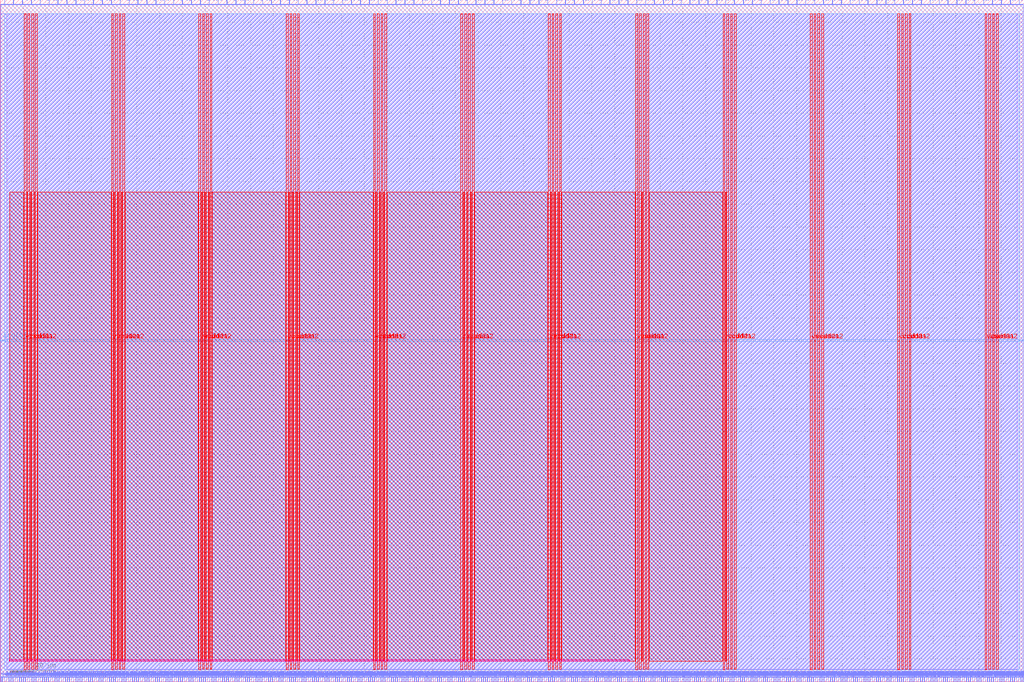
<source format=lef>
VERSION 5.7 ;
  NOWIREEXTENSIONATPIN ON ;
  DIVIDERCHAR "/" ;
  BUSBITCHARS "[]" ;
MACRO user_proj
  CLASS BLOCK ;
  FOREIGN user_proj ;
  ORIGIN 0.000 0.000 ;
  SIZE 900.000 BY 600.000 ;
  PIN io_in[0]
    DIRECTION INPUT ;
    USE SIGNAL ;
    PORT
      LAYER met2 ;
        RECT 3.770 596.000 4.050 600.000 ;
    END
  END io_in[0]
  PIN io_in[10]
    DIRECTION INPUT ;
    USE SIGNAL ;
    PORT
      LAYER met2 ;
        RECT 238.370 596.000 238.650 600.000 ;
    END
  END io_in[10]
  PIN io_in[11]
    DIRECTION INPUT ;
    USE SIGNAL ;
    PORT
      LAYER met2 ;
        RECT 261.830 596.000 262.110 600.000 ;
    END
  END io_in[11]
  PIN io_in[12]
    DIRECTION INPUT ;
    USE SIGNAL ;
    PORT
      LAYER met2 ;
        RECT 285.290 596.000 285.570 600.000 ;
    END
  END io_in[12]
  PIN io_in[13]
    DIRECTION INPUT ;
    USE SIGNAL ;
    PORT
      LAYER met2 ;
        RECT 308.750 596.000 309.030 600.000 ;
    END
  END io_in[13]
  PIN io_in[14]
    DIRECTION INPUT ;
    USE SIGNAL ;
    PORT
      LAYER met2 ;
        RECT 332.210 596.000 332.490 600.000 ;
    END
  END io_in[14]
  PIN io_in[15]
    DIRECTION INPUT ;
    USE SIGNAL ;
    PORT
      LAYER met2 ;
        RECT 355.670 596.000 355.950 600.000 ;
    END
  END io_in[15]
  PIN io_in[16]
    DIRECTION INPUT ;
    USE SIGNAL ;
    PORT
      LAYER met2 ;
        RECT 379.130 596.000 379.410 600.000 ;
    END
  END io_in[16]
  PIN io_in[17]
    DIRECTION INPUT ;
    USE SIGNAL ;
    PORT
      LAYER met2 ;
        RECT 402.590 596.000 402.870 600.000 ;
    END
  END io_in[17]
  PIN io_in[18]
    DIRECTION INPUT ;
    USE SIGNAL ;
    PORT
      LAYER met2 ;
        RECT 426.050 596.000 426.330 600.000 ;
    END
  END io_in[18]
  PIN io_in[19]
    DIRECTION INPUT ;
    USE SIGNAL ;
    PORT
      LAYER met2 ;
        RECT 449.510 596.000 449.790 600.000 ;
    END
  END io_in[19]
  PIN io_in[1]
    DIRECTION INPUT ;
    USE SIGNAL ;
    PORT
      LAYER met2 ;
        RECT 27.230 596.000 27.510 600.000 ;
    END
  END io_in[1]
  PIN io_in[20]
    DIRECTION INPUT ;
    USE SIGNAL ;
    PORT
      LAYER met2 ;
        RECT 473.430 596.000 473.710 600.000 ;
    END
  END io_in[20]
  PIN io_in[21]
    DIRECTION INPUT ;
    USE SIGNAL ;
    PORT
      LAYER met2 ;
        RECT 496.890 596.000 497.170 600.000 ;
    END
  END io_in[21]
  PIN io_in[22]
    DIRECTION INPUT ;
    USE SIGNAL ;
    PORT
      LAYER met2 ;
        RECT 520.350 596.000 520.630 600.000 ;
    END
  END io_in[22]
  PIN io_in[23]
    DIRECTION INPUT ;
    USE SIGNAL ;
    PORT
      LAYER met2 ;
        RECT 543.810 596.000 544.090 600.000 ;
    END
  END io_in[23]
  PIN io_in[24]
    DIRECTION INPUT ;
    USE SIGNAL ;
    PORT
      LAYER met2 ;
        RECT 567.270 596.000 567.550 600.000 ;
    END
  END io_in[24]
  PIN io_in[25]
    DIRECTION INPUT ;
    USE SIGNAL ;
    PORT
      LAYER met2 ;
        RECT 590.730 596.000 591.010 600.000 ;
    END
  END io_in[25]
  PIN io_in[26]
    DIRECTION INPUT ;
    USE SIGNAL ;
    PORT
      LAYER met2 ;
        RECT 614.190 596.000 614.470 600.000 ;
    END
  END io_in[26]
  PIN io_in[27]
    DIRECTION INPUT ;
    USE SIGNAL ;
    PORT
      LAYER met2 ;
        RECT 637.650 596.000 637.930 600.000 ;
    END
  END io_in[27]
  PIN io_in[28]
    DIRECTION INPUT ;
    USE SIGNAL ;
    PORT
      LAYER met2 ;
        RECT 661.110 596.000 661.390 600.000 ;
    END
  END io_in[28]
  PIN io_in[29]
    DIRECTION INPUT ;
    USE SIGNAL ;
    PORT
      LAYER met2 ;
        RECT 684.570 596.000 684.850 600.000 ;
    END
  END io_in[29]
  PIN io_in[2]
    DIRECTION INPUT ;
    USE SIGNAL ;
    PORT
      LAYER met2 ;
        RECT 50.690 596.000 50.970 600.000 ;
    END
  END io_in[2]
  PIN io_in[30]
    DIRECTION INPUT ;
    USE SIGNAL ;
    PORT
      LAYER met2 ;
        RECT 708.030 596.000 708.310 600.000 ;
    END
  END io_in[30]
  PIN io_in[31]
    DIRECTION INPUT ;
    USE SIGNAL ;
    PORT
      LAYER met2 ;
        RECT 731.490 596.000 731.770 600.000 ;
    END
  END io_in[31]
  PIN io_in[32]
    DIRECTION INPUT ;
    USE SIGNAL ;
    PORT
      LAYER met2 ;
        RECT 754.950 596.000 755.230 600.000 ;
    END
  END io_in[32]
  PIN io_in[33]
    DIRECTION INPUT ;
    USE SIGNAL ;
    PORT
      LAYER met2 ;
        RECT 778.410 596.000 778.690 600.000 ;
    END
  END io_in[33]
  PIN io_in[34]
    DIRECTION INPUT ;
    USE SIGNAL ;
    PORT
      LAYER met2 ;
        RECT 801.870 596.000 802.150 600.000 ;
    END
  END io_in[34]
  PIN io_in[35]
    DIRECTION INPUT ;
    USE SIGNAL ;
    PORT
      LAYER met2 ;
        RECT 825.330 596.000 825.610 600.000 ;
    END
  END io_in[35]
  PIN io_in[36]
    DIRECTION INPUT ;
    USE SIGNAL ;
    PORT
      LAYER met2 ;
        RECT 848.790 596.000 849.070 600.000 ;
    END
  END io_in[36]
  PIN io_in[37]
    DIRECTION INPUT ;
    USE SIGNAL ;
    PORT
      LAYER met2 ;
        RECT 872.250 596.000 872.530 600.000 ;
    END
  END io_in[37]
  PIN io_in[3]
    DIRECTION INPUT ;
    USE SIGNAL ;
    PORT
      LAYER met2 ;
        RECT 74.150 596.000 74.430 600.000 ;
    END
  END io_in[3]
  PIN io_in[4]
    DIRECTION INPUT ;
    USE SIGNAL ;
    PORT
      LAYER met2 ;
        RECT 97.610 596.000 97.890 600.000 ;
    END
  END io_in[4]
  PIN io_in[5]
    DIRECTION INPUT ;
    USE SIGNAL ;
    PORT
      LAYER met2 ;
        RECT 121.070 596.000 121.350 600.000 ;
    END
  END io_in[5]
  PIN io_in[6]
    DIRECTION INPUT ;
    USE SIGNAL ;
    PORT
      LAYER met2 ;
        RECT 144.530 596.000 144.810 600.000 ;
    END
  END io_in[6]
  PIN io_in[7]
    DIRECTION INPUT ;
    USE SIGNAL ;
    PORT
      LAYER met2 ;
        RECT 167.990 596.000 168.270 600.000 ;
    END
  END io_in[7]
  PIN io_in[8]
    DIRECTION INPUT ;
    USE SIGNAL ;
    PORT
      LAYER met2 ;
        RECT 191.450 596.000 191.730 600.000 ;
    END
  END io_in[8]
  PIN io_in[9]
    DIRECTION INPUT ;
    USE SIGNAL ;
    PORT
      LAYER met2 ;
        RECT 214.910 596.000 215.190 600.000 ;
    END
  END io_in[9]
  PIN io_oeb[0]
    DIRECTION OUTPUT TRISTATE ;
    USE SIGNAL ;
    PORT
      LAYER met2 ;
        RECT 11.590 596.000 11.870 600.000 ;
    END
  END io_oeb[0]
  PIN io_oeb[10]
    DIRECTION OUTPUT TRISTATE ;
    USE SIGNAL ;
    PORT
      LAYER met2 ;
        RECT 246.190 596.000 246.470 600.000 ;
    END
  END io_oeb[10]
  PIN io_oeb[11]
    DIRECTION OUTPUT TRISTATE ;
    USE SIGNAL ;
    PORT
      LAYER met2 ;
        RECT 269.650 596.000 269.930 600.000 ;
    END
  END io_oeb[11]
  PIN io_oeb[12]
    DIRECTION OUTPUT TRISTATE ;
    USE SIGNAL ;
    PORT
      LAYER met2 ;
        RECT 293.110 596.000 293.390 600.000 ;
    END
  END io_oeb[12]
  PIN io_oeb[13]
    DIRECTION OUTPUT TRISTATE ;
    USE SIGNAL ;
    PORT
      LAYER met2 ;
        RECT 316.570 596.000 316.850 600.000 ;
    END
  END io_oeb[13]
  PIN io_oeb[14]
    DIRECTION OUTPUT TRISTATE ;
    USE SIGNAL ;
    PORT
      LAYER met2 ;
        RECT 340.030 596.000 340.310 600.000 ;
    END
  END io_oeb[14]
  PIN io_oeb[15]
    DIRECTION OUTPUT TRISTATE ;
    USE SIGNAL ;
    PORT
      LAYER met2 ;
        RECT 363.490 596.000 363.770 600.000 ;
    END
  END io_oeb[15]
  PIN io_oeb[16]
    DIRECTION OUTPUT TRISTATE ;
    USE SIGNAL ;
    PORT
      LAYER met2 ;
        RECT 386.950 596.000 387.230 600.000 ;
    END
  END io_oeb[16]
  PIN io_oeb[17]
    DIRECTION OUTPUT TRISTATE ;
    USE SIGNAL ;
    PORT
      LAYER met2 ;
        RECT 410.410 596.000 410.690 600.000 ;
    END
  END io_oeb[17]
  PIN io_oeb[18]
    DIRECTION OUTPUT TRISTATE ;
    USE SIGNAL ;
    PORT
      LAYER met2 ;
        RECT 433.870 596.000 434.150 600.000 ;
    END
  END io_oeb[18]
  PIN io_oeb[19]
    DIRECTION OUTPUT TRISTATE ;
    USE SIGNAL ;
    PORT
      LAYER met2 ;
        RECT 457.790 596.000 458.070 600.000 ;
    END
  END io_oeb[19]
  PIN io_oeb[1]
    DIRECTION OUTPUT TRISTATE ;
    USE SIGNAL ;
    PORT
      LAYER met2 ;
        RECT 35.050 596.000 35.330 600.000 ;
    END
  END io_oeb[1]
  PIN io_oeb[20]
    DIRECTION OUTPUT TRISTATE ;
    USE SIGNAL ;
    PORT
      LAYER met2 ;
        RECT 481.250 596.000 481.530 600.000 ;
    END
  END io_oeb[20]
  PIN io_oeb[21]
    DIRECTION OUTPUT TRISTATE ;
    USE SIGNAL ;
    PORT
      LAYER met2 ;
        RECT 504.710 596.000 504.990 600.000 ;
    END
  END io_oeb[21]
  PIN io_oeb[22]
    DIRECTION OUTPUT TRISTATE ;
    USE SIGNAL ;
    PORT
      LAYER met2 ;
        RECT 528.170 596.000 528.450 600.000 ;
    END
  END io_oeb[22]
  PIN io_oeb[23]
    DIRECTION OUTPUT TRISTATE ;
    USE SIGNAL ;
    PORT
      LAYER met2 ;
        RECT 551.630 596.000 551.910 600.000 ;
    END
  END io_oeb[23]
  PIN io_oeb[24]
    DIRECTION OUTPUT TRISTATE ;
    USE SIGNAL ;
    PORT
      LAYER met2 ;
        RECT 575.090 596.000 575.370 600.000 ;
    END
  END io_oeb[24]
  PIN io_oeb[25]
    DIRECTION OUTPUT TRISTATE ;
    USE SIGNAL ;
    PORT
      LAYER met2 ;
        RECT 598.550 596.000 598.830 600.000 ;
    END
  END io_oeb[25]
  PIN io_oeb[26]
    DIRECTION OUTPUT TRISTATE ;
    USE SIGNAL ;
    PORT
      LAYER met2 ;
        RECT 622.010 596.000 622.290 600.000 ;
    END
  END io_oeb[26]
  PIN io_oeb[27]
    DIRECTION OUTPUT TRISTATE ;
    USE SIGNAL ;
    PORT
      LAYER met2 ;
        RECT 645.470 596.000 645.750 600.000 ;
    END
  END io_oeb[27]
  PIN io_oeb[28]
    DIRECTION OUTPUT TRISTATE ;
    USE SIGNAL ;
    PORT
      LAYER met2 ;
        RECT 668.930 596.000 669.210 600.000 ;
    END
  END io_oeb[28]
  PIN io_oeb[29]
    DIRECTION OUTPUT TRISTATE ;
    USE SIGNAL ;
    PORT
      LAYER met2 ;
        RECT 692.390 596.000 692.670 600.000 ;
    END
  END io_oeb[29]
  PIN io_oeb[2]
    DIRECTION OUTPUT TRISTATE ;
    USE SIGNAL ;
    PORT
      LAYER met2 ;
        RECT 58.510 596.000 58.790 600.000 ;
    END
  END io_oeb[2]
  PIN io_oeb[30]
    DIRECTION OUTPUT TRISTATE ;
    USE SIGNAL ;
    PORT
      LAYER met2 ;
        RECT 715.850 596.000 716.130 600.000 ;
    END
  END io_oeb[30]
  PIN io_oeb[31]
    DIRECTION OUTPUT TRISTATE ;
    USE SIGNAL ;
    PORT
      LAYER met2 ;
        RECT 739.310 596.000 739.590 600.000 ;
    END
  END io_oeb[31]
  PIN io_oeb[32]
    DIRECTION OUTPUT TRISTATE ;
    USE SIGNAL ;
    PORT
      LAYER met2 ;
        RECT 762.770 596.000 763.050 600.000 ;
    END
  END io_oeb[32]
  PIN io_oeb[33]
    DIRECTION OUTPUT TRISTATE ;
    USE SIGNAL ;
    PORT
      LAYER met2 ;
        RECT 786.230 596.000 786.510 600.000 ;
    END
  END io_oeb[33]
  PIN io_oeb[34]
    DIRECTION OUTPUT TRISTATE ;
    USE SIGNAL ;
    PORT
      LAYER met2 ;
        RECT 809.690 596.000 809.970 600.000 ;
    END
  END io_oeb[34]
  PIN io_oeb[35]
    DIRECTION OUTPUT TRISTATE ;
    USE SIGNAL ;
    PORT
      LAYER met2 ;
        RECT 833.150 596.000 833.430 600.000 ;
    END
  END io_oeb[35]
  PIN io_oeb[36]
    DIRECTION OUTPUT TRISTATE ;
    USE SIGNAL ;
    PORT
      LAYER met2 ;
        RECT 856.610 596.000 856.890 600.000 ;
    END
  END io_oeb[36]
  PIN io_oeb[37]
    DIRECTION OUTPUT TRISTATE ;
    USE SIGNAL ;
    PORT
      LAYER met2 ;
        RECT 880.070 596.000 880.350 600.000 ;
    END
  END io_oeb[37]
  PIN io_oeb[3]
    DIRECTION OUTPUT TRISTATE ;
    USE SIGNAL ;
    PORT
      LAYER met2 ;
        RECT 81.970 596.000 82.250 600.000 ;
    END
  END io_oeb[3]
  PIN io_oeb[4]
    DIRECTION OUTPUT TRISTATE ;
    USE SIGNAL ;
    PORT
      LAYER met2 ;
        RECT 105.430 596.000 105.710 600.000 ;
    END
  END io_oeb[4]
  PIN io_oeb[5]
    DIRECTION OUTPUT TRISTATE ;
    USE SIGNAL ;
    PORT
      LAYER met2 ;
        RECT 128.890 596.000 129.170 600.000 ;
    END
  END io_oeb[5]
  PIN io_oeb[6]
    DIRECTION OUTPUT TRISTATE ;
    USE SIGNAL ;
    PORT
      LAYER met2 ;
        RECT 152.350 596.000 152.630 600.000 ;
    END
  END io_oeb[6]
  PIN io_oeb[7]
    DIRECTION OUTPUT TRISTATE ;
    USE SIGNAL ;
    PORT
      LAYER met2 ;
        RECT 175.810 596.000 176.090 600.000 ;
    END
  END io_oeb[7]
  PIN io_oeb[8]
    DIRECTION OUTPUT TRISTATE ;
    USE SIGNAL ;
    PORT
      LAYER met2 ;
        RECT 199.270 596.000 199.550 600.000 ;
    END
  END io_oeb[8]
  PIN io_oeb[9]
    DIRECTION OUTPUT TRISTATE ;
    USE SIGNAL ;
    PORT
      LAYER met2 ;
        RECT 222.730 596.000 223.010 600.000 ;
    END
  END io_oeb[9]
  PIN io_out[0]
    DIRECTION OUTPUT TRISTATE ;
    USE SIGNAL ;
    PORT
      LAYER met2 ;
        RECT 19.410 596.000 19.690 600.000 ;
    END
  END io_out[0]
  PIN io_out[10]
    DIRECTION OUTPUT TRISTATE ;
    USE SIGNAL ;
    PORT
      LAYER met2 ;
        RECT 254.010 596.000 254.290 600.000 ;
    END
  END io_out[10]
  PIN io_out[11]
    DIRECTION OUTPUT TRISTATE ;
    USE SIGNAL ;
    PORT
      LAYER met2 ;
        RECT 277.470 596.000 277.750 600.000 ;
    END
  END io_out[11]
  PIN io_out[12]
    DIRECTION OUTPUT TRISTATE ;
    USE SIGNAL ;
    PORT
      LAYER met2 ;
        RECT 300.930 596.000 301.210 600.000 ;
    END
  END io_out[12]
  PIN io_out[13]
    DIRECTION OUTPUT TRISTATE ;
    USE SIGNAL ;
    PORT
      LAYER met2 ;
        RECT 324.390 596.000 324.670 600.000 ;
    END
  END io_out[13]
  PIN io_out[14]
    DIRECTION OUTPUT TRISTATE ;
    USE SIGNAL ;
    PORT
      LAYER met2 ;
        RECT 347.850 596.000 348.130 600.000 ;
    END
  END io_out[14]
  PIN io_out[15]
    DIRECTION OUTPUT TRISTATE ;
    USE SIGNAL ;
    PORT
      LAYER met2 ;
        RECT 371.310 596.000 371.590 600.000 ;
    END
  END io_out[15]
  PIN io_out[16]
    DIRECTION OUTPUT TRISTATE ;
    USE SIGNAL ;
    PORT
      LAYER met2 ;
        RECT 394.770 596.000 395.050 600.000 ;
    END
  END io_out[16]
  PIN io_out[17]
    DIRECTION OUTPUT TRISTATE ;
    USE SIGNAL ;
    PORT
      LAYER met2 ;
        RECT 418.230 596.000 418.510 600.000 ;
    END
  END io_out[17]
  PIN io_out[18]
    DIRECTION OUTPUT TRISTATE ;
    USE SIGNAL ;
    PORT
      LAYER met2 ;
        RECT 441.690 596.000 441.970 600.000 ;
    END
  END io_out[18]
  PIN io_out[19]
    DIRECTION OUTPUT TRISTATE ;
    USE SIGNAL ;
    PORT
      LAYER met2 ;
        RECT 465.610 596.000 465.890 600.000 ;
    END
  END io_out[19]
  PIN io_out[1]
    DIRECTION OUTPUT TRISTATE ;
    USE SIGNAL ;
    PORT
      LAYER met2 ;
        RECT 42.870 596.000 43.150 600.000 ;
    END
  END io_out[1]
  PIN io_out[20]
    DIRECTION OUTPUT TRISTATE ;
    USE SIGNAL ;
    PORT
      LAYER met2 ;
        RECT 489.070 596.000 489.350 600.000 ;
    END
  END io_out[20]
  PIN io_out[21]
    DIRECTION OUTPUT TRISTATE ;
    USE SIGNAL ;
    PORT
      LAYER met2 ;
        RECT 512.530 596.000 512.810 600.000 ;
    END
  END io_out[21]
  PIN io_out[22]
    DIRECTION OUTPUT TRISTATE ;
    USE SIGNAL ;
    PORT
      LAYER met2 ;
        RECT 535.990 596.000 536.270 600.000 ;
    END
  END io_out[22]
  PIN io_out[23]
    DIRECTION OUTPUT TRISTATE ;
    USE SIGNAL ;
    PORT
      LAYER met2 ;
        RECT 559.450 596.000 559.730 600.000 ;
    END
  END io_out[23]
  PIN io_out[24]
    DIRECTION OUTPUT TRISTATE ;
    USE SIGNAL ;
    PORT
      LAYER met2 ;
        RECT 582.910 596.000 583.190 600.000 ;
    END
  END io_out[24]
  PIN io_out[25]
    DIRECTION OUTPUT TRISTATE ;
    USE SIGNAL ;
    PORT
      LAYER met2 ;
        RECT 606.370 596.000 606.650 600.000 ;
    END
  END io_out[25]
  PIN io_out[26]
    DIRECTION OUTPUT TRISTATE ;
    USE SIGNAL ;
    PORT
      LAYER met2 ;
        RECT 629.830 596.000 630.110 600.000 ;
    END
  END io_out[26]
  PIN io_out[27]
    DIRECTION OUTPUT TRISTATE ;
    USE SIGNAL ;
    PORT
      LAYER met2 ;
        RECT 653.290 596.000 653.570 600.000 ;
    END
  END io_out[27]
  PIN io_out[28]
    DIRECTION OUTPUT TRISTATE ;
    USE SIGNAL ;
    PORT
      LAYER met2 ;
        RECT 676.750 596.000 677.030 600.000 ;
    END
  END io_out[28]
  PIN io_out[29]
    DIRECTION OUTPUT TRISTATE ;
    USE SIGNAL ;
    PORT
      LAYER met2 ;
        RECT 700.210 596.000 700.490 600.000 ;
    END
  END io_out[29]
  PIN io_out[2]
    DIRECTION OUTPUT TRISTATE ;
    USE SIGNAL ;
    PORT
      LAYER met2 ;
        RECT 66.330 596.000 66.610 600.000 ;
    END
  END io_out[2]
  PIN io_out[30]
    DIRECTION OUTPUT TRISTATE ;
    USE SIGNAL ;
    PORT
      LAYER met2 ;
        RECT 723.670 596.000 723.950 600.000 ;
    END
  END io_out[30]
  PIN io_out[31]
    DIRECTION OUTPUT TRISTATE ;
    USE SIGNAL ;
    PORT
      LAYER met2 ;
        RECT 747.130 596.000 747.410 600.000 ;
    END
  END io_out[31]
  PIN io_out[32]
    DIRECTION OUTPUT TRISTATE ;
    USE SIGNAL ;
    PORT
      LAYER met2 ;
        RECT 770.590 596.000 770.870 600.000 ;
    END
  END io_out[32]
  PIN io_out[33]
    DIRECTION OUTPUT TRISTATE ;
    USE SIGNAL ;
    PORT
      LAYER met2 ;
        RECT 794.050 596.000 794.330 600.000 ;
    END
  END io_out[33]
  PIN io_out[34]
    DIRECTION OUTPUT TRISTATE ;
    USE SIGNAL ;
    PORT
      LAYER met2 ;
        RECT 817.510 596.000 817.790 600.000 ;
    END
  END io_out[34]
  PIN io_out[35]
    DIRECTION OUTPUT TRISTATE ;
    USE SIGNAL ;
    PORT
      LAYER met2 ;
        RECT 840.970 596.000 841.250 600.000 ;
    END
  END io_out[35]
  PIN io_out[36]
    DIRECTION OUTPUT TRISTATE ;
    USE SIGNAL ;
    PORT
      LAYER met2 ;
        RECT 864.430 596.000 864.710 600.000 ;
    END
  END io_out[36]
  PIN io_out[37]
    DIRECTION OUTPUT TRISTATE ;
    USE SIGNAL ;
    PORT
      LAYER met2 ;
        RECT 887.890 596.000 888.170 600.000 ;
    END
  END io_out[37]
  PIN io_out[3]
    DIRECTION OUTPUT TRISTATE ;
    USE SIGNAL ;
    PORT
      LAYER met2 ;
        RECT 89.790 596.000 90.070 600.000 ;
    END
  END io_out[3]
  PIN io_out[4]
    DIRECTION OUTPUT TRISTATE ;
    USE SIGNAL ;
    PORT
      LAYER met2 ;
        RECT 113.250 596.000 113.530 600.000 ;
    END
  END io_out[4]
  PIN io_out[5]
    DIRECTION OUTPUT TRISTATE ;
    USE SIGNAL ;
    PORT
      LAYER met2 ;
        RECT 136.710 596.000 136.990 600.000 ;
    END
  END io_out[5]
  PIN io_out[6]
    DIRECTION OUTPUT TRISTATE ;
    USE SIGNAL ;
    PORT
      LAYER met2 ;
        RECT 160.170 596.000 160.450 600.000 ;
    END
  END io_out[6]
  PIN io_out[7]
    DIRECTION OUTPUT TRISTATE ;
    USE SIGNAL ;
    PORT
      LAYER met2 ;
        RECT 183.630 596.000 183.910 600.000 ;
    END
  END io_out[7]
  PIN io_out[8]
    DIRECTION OUTPUT TRISTATE ;
    USE SIGNAL ;
    PORT
      LAYER met2 ;
        RECT 207.090 596.000 207.370 600.000 ;
    END
  END io_out[8]
  PIN io_out[9]
    DIRECTION OUTPUT TRISTATE ;
    USE SIGNAL ;
    PORT
      LAYER met2 ;
        RECT 230.550 596.000 230.830 600.000 ;
    END
  END io_out[9]
  PIN irq[0]
    DIRECTION OUTPUT TRISTATE ;
    USE SIGNAL ;
    PORT
      LAYER met3 ;
        RECT 0.000 299.920 4.000 300.520 ;
    END
  END irq[0]
  PIN irq[1]
    DIRECTION OUTPUT TRISTATE ;
    USE SIGNAL ;
    PORT
      LAYER met2 ;
        RECT 895.710 596.000 895.990 600.000 ;
    END
  END irq[1]
  PIN irq[2]
    DIRECTION OUTPUT TRISTATE ;
    USE SIGNAL ;
    PORT
      LAYER met3 ;
        RECT 896.000 299.920 900.000 300.520 ;
    END
  END irq[2]
  PIN la_data_in[0]
    DIRECTION INPUT ;
    USE SIGNAL ;
    PORT
      LAYER met2 ;
        RECT 195.130 0.000 195.410 4.000 ;
    END
  END la_data_in[0]
  PIN la_data_in[100]
    DIRECTION INPUT ;
    USE SIGNAL ;
    PORT
      LAYER met2 ;
        RECT 746.210 0.000 746.490 4.000 ;
    END
  END la_data_in[100]
  PIN la_data_in[101]
    DIRECTION INPUT ;
    USE SIGNAL ;
    PORT
      LAYER met2 ;
        RECT 751.730 0.000 752.010 4.000 ;
    END
  END la_data_in[101]
  PIN la_data_in[102]
    DIRECTION INPUT ;
    USE SIGNAL ;
    PORT
      LAYER met2 ;
        RECT 757.250 0.000 757.530 4.000 ;
    END
  END la_data_in[102]
  PIN la_data_in[103]
    DIRECTION INPUT ;
    USE SIGNAL ;
    PORT
      LAYER met2 ;
        RECT 762.770 0.000 763.050 4.000 ;
    END
  END la_data_in[103]
  PIN la_data_in[104]
    DIRECTION INPUT ;
    USE SIGNAL ;
    PORT
      LAYER met2 ;
        RECT 768.290 0.000 768.570 4.000 ;
    END
  END la_data_in[104]
  PIN la_data_in[105]
    DIRECTION INPUT ;
    USE SIGNAL ;
    PORT
      LAYER met2 ;
        RECT 773.810 0.000 774.090 4.000 ;
    END
  END la_data_in[105]
  PIN la_data_in[106]
    DIRECTION INPUT ;
    USE SIGNAL ;
    PORT
      LAYER met2 ;
        RECT 779.330 0.000 779.610 4.000 ;
    END
  END la_data_in[106]
  PIN la_data_in[107]
    DIRECTION INPUT ;
    USE SIGNAL ;
    PORT
      LAYER met2 ;
        RECT 784.850 0.000 785.130 4.000 ;
    END
  END la_data_in[107]
  PIN la_data_in[108]
    DIRECTION INPUT ;
    USE SIGNAL ;
    PORT
      LAYER met2 ;
        RECT 790.370 0.000 790.650 4.000 ;
    END
  END la_data_in[108]
  PIN la_data_in[109]
    DIRECTION INPUT ;
    USE SIGNAL ;
    PORT
      LAYER met2 ;
        RECT 795.890 0.000 796.170 4.000 ;
    END
  END la_data_in[109]
  PIN la_data_in[10]
    DIRECTION INPUT ;
    USE SIGNAL ;
    PORT
      LAYER met2 ;
        RECT 250.330 0.000 250.610 4.000 ;
    END
  END la_data_in[10]
  PIN la_data_in[110]
    DIRECTION INPUT ;
    USE SIGNAL ;
    PORT
      LAYER met2 ;
        RECT 801.410 0.000 801.690 4.000 ;
    END
  END la_data_in[110]
  PIN la_data_in[111]
    DIRECTION INPUT ;
    USE SIGNAL ;
    PORT
      LAYER met2 ;
        RECT 806.930 0.000 807.210 4.000 ;
    END
  END la_data_in[111]
  PIN la_data_in[112]
    DIRECTION INPUT ;
    USE SIGNAL ;
    PORT
      LAYER met2 ;
        RECT 812.450 0.000 812.730 4.000 ;
    END
  END la_data_in[112]
  PIN la_data_in[113]
    DIRECTION INPUT ;
    USE SIGNAL ;
    PORT
      LAYER met2 ;
        RECT 817.970 0.000 818.250 4.000 ;
    END
  END la_data_in[113]
  PIN la_data_in[114]
    DIRECTION INPUT ;
    USE SIGNAL ;
    PORT
      LAYER met2 ;
        RECT 823.490 0.000 823.770 4.000 ;
    END
  END la_data_in[114]
  PIN la_data_in[115]
    DIRECTION INPUT ;
    USE SIGNAL ;
    PORT
      LAYER met2 ;
        RECT 829.010 0.000 829.290 4.000 ;
    END
  END la_data_in[115]
  PIN la_data_in[116]
    DIRECTION INPUT ;
    USE SIGNAL ;
    PORT
      LAYER met2 ;
        RECT 834.530 0.000 834.810 4.000 ;
    END
  END la_data_in[116]
  PIN la_data_in[117]
    DIRECTION INPUT ;
    USE SIGNAL ;
    PORT
      LAYER met2 ;
        RECT 840.050 0.000 840.330 4.000 ;
    END
  END la_data_in[117]
  PIN la_data_in[118]
    DIRECTION INPUT ;
    USE SIGNAL ;
    PORT
      LAYER met2 ;
        RECT 845.570 0.000 845.850 4.000 ;
    END
  END la_data_in[118]
  PIN la_data_in[119]
    DIRECTION INPUT ;
    USE SIGNAL ;
    PORT
      LAYER met2 ;
        RECT 851.090 0.000 851.370 4.000 ;
    END
  END la_data_in[119]
  PIN la_data_in[11]
    DIRECTION INPUT ;
    USE SIGNAL ;
    PORT
      LAYER met2 ;
        RECT 255.850 0.000 256.130 4.000 ;
    END
  END la_data_in[11]
  PIN la_data_in[120]
    DIRECTION INPUT ;
    USE SIGNAL ;
    PORT
      LAYER met2 ;
        RECT 856.610 0.000 856.890 4.000 ;
    END
  END la_data_in[120]
  PIN la_data_in[121]
    DIRECTION INPUT ;
    USE SIGNAL ;
    PORT
      LAYER met2 ;
        RECT 862.130 0.000 862.410 4.000 ;
    END
  END la_data_in[121]
  PIN la_data_in[122]
    DIRECTION INPUT ;
    USE SIGNAL ;
    PORT
      LAYER met2 ;
        RECT 867.650 0.000 867.930 4.000 ;
    END
  END la_data_in[122]
  PIN la_data_in[123]
    DIRECTION INPUT ;
    USE SIGNAL ;
    PORT
      LAYER met2 ;
        RECT 873.170 0.000 873.450 4.000 ;
    END
  END la_data_in[123]
  PIN la_data_in[124]
    DIRECTION INPUT ;
    USE SIGNAL ;
    PORT
      LAYER met2 ;
        RECT 878.690 0.000 878.970 4.000 ;
    END
  END la_data_in[124]
  PIN la_data_in[125]
    DIRECTION INPUT ;
    USE SIGNAL ;
    PORT
      LAYER met2 ;
        RECT 884.210 0.000 884.490 4.000 ;
    END
  END la_data_in[125]
  PIN la_data_in[126]
    DIRECTION INPUT ;
    USE SIGNAL ;
    PORT
      LAYER met2 ;
        RECT 889.730 0.000 890.010 4.000 ;
    END
  END la_data_in[126]
  PIN la_data_in[127]
    DIRECTION INPUT ;
    USE SIGNAL ;
    PORT
      LAYER met2 ;
        RECT 895.250 0.000 895.530 4.000 ;
    END
  END la_data_in[127]
  PIN la_data_in[12]
    DIRECTION INPUT ;
    USE SIGNAL ;
    PORT
      LAYER met2 ;
        RECT 261.370 0.000 261.650 4.000 ;
    END
  END la_data_in[12]
  PIN la_data_in[13]
    DIRECTION INPUT ;
    USE SIGNAL ;
    PORT
      LAYER met2 ;
        RECT 266.890 0.000 267.170 4.000 ;
    END
  END la_data_in[13]
  PIN la_data_in[14]
    DIRECTION INPUT ;
    USE SIGNAL ;
    PORT
      LAYER met2 ;
        RECT 272.410 0.000 272.690 4.000 ;
    END
  END la_data_in[14]
  PIN la_data_in[15]
    DIRECTION INPUT ;
    USE SIGNAL ;
    PORT
      LAYER met2 ;
        RECT 277.930 0.000 278.210 4.000 ;
    END
  END la_data_in[15]
  PIN la_data_in[16]
    DIRECTION INPUT ;
    USE SIGNAL ;
    PORT
      LAYER met2 ;
        RECT 283.450 0.000 283.730 4.000 ;
    END
  END la_data_in[16]
  PIN la_data_in[17]
    DIRECTION INPUT ;
    USE SIGNAL ;
    PORT
      LAYER met2 ;
        RECT 288.970 0.000 289.250 4.000 ;
    END
  END la_data_in[17]
  PIN la_data_in[18]
    DIRECTION INPUT ;
    USE SIGNAL ;
    PORT
      LAYER met2 ;
        RECT 294.490 0.000 294.770 4.000 ;
    END
  END la_data_in[18]
  PIN la_data_in[19]
    DIRECTION INPUT ;
    USE SIGNAL ;
    PORT
      LAYER met2 ;
        RECT 300.010 0.000 300.290 4.000 ;
    END
  END la_data_in[19]
  PIN la_data_in[1]
    DIRECTION INPUT ;
    USE SIGNAL ;
    PORT
      LAYER met2 ;
        RECT 200.650 0.000 200.930 4.000 ;
    END
  END la_data_in[1]
  PIN la_data_in[20]
    DIRECTION INPUT ;
    USE SIGNAL ;
    PORT
      LAYER met2 ;
        RECT 305.070 0.000 305.350 4.000 ;
    END
  END la_data_in[20]
  PIN la_data_in[21]
    DIRECTION INPUT ;
    USE SIGNAL ;
    PORT
      LAYER met2 ;
        RECT 310.590 0.000 310.870 4.000 ;
    END
  END la_data_in[21]
  PIN la_data_in[22]
    DIRECTION INPUT ;
    USE SIGNAL ;
    PORT
      LAYER met2 ;
        RECT 316.110 0.000 316.390 4.000 ;
    END
  END la_data_in[22]
  PIN la_data_in[23]
    DIRECTION INPUT ;
    USE SIGNAL ;
    PORT
      LAYER met2 ;
        RECT 321.630 0.000 321.910 4.000 ;
    END
  END la_data_in[23]
  PIN la_data_in[24]
    DIRECTION INPUT ;
    USE SIGNAL ;
    PORT
      LAYER met2 ;
        RECT 327.150 0.000 327.430 4.000 ;
    END
  END la_data_in[24]
  PIN la_data_in[25]
    DIRECTION INPUT ;
    USE SIGNAL ;
    PORT
      LAYER met2 ;
        RECT 332.670 0.000 332.950 4.000 ;
    END
  END la_data_in[25]
  PIN la_data_in[26]
    DIRECTION INPUT ;
    USE SIGNAL ;
    PORT
      LAYER met2 ;
        RECT 338.190 0.000 338.470 4.000 ;
    END
  END la_data_in[26]
  PIN la_data_in[27]
    DIRECTION INPUT ;
    USE SIGNAL ;
    PORT
      LAYER met2 ;
        RECT 343.710 0.000 343.990 4.000 ;
    END
  END la_data_in[27]
  PIN la_data_in[28]
    DIRECTION INPUT ;
    USE SIGNAL ;
    PORT
      LAYER met2 ;
        RECT 349.230 0.000 349.510 4.000 ;
    END
  END la_data_in[28]
  PIN la_data_in[29]
    DIRECTION INPUT ;
    USE SIGNAL ;
    PORT
      LAYER met2 ;
        RECT 354.750 0.000 355.030 4.000 ;
    END
  END la_data_in[29]
  PIN la_data_in[2]
    DIRECTION INPUT ;
    USE SIGNAL ;
    PORT
      LAYER met2 ;
        RECT 206.170 0.000 206.450 4.000 ;
    END
  END la_data_in[2]
  PIN la_data_in[30]
    DIRECTION INPUT ;
    USE SIGNAL ;
    PORT
      LAYER met2 ;
        RECT 360.270 0.000 360.550 4.000 ;
    END
  END la_data_in[30]
  PIN la_data_in[31]
    DIRECTION INPUT ;
    USE SIGNAL ;
    PORT
      LAYER met2 ;
        RECT 365.790 0.000 366.070 4.000 ;
    END
  END la_data_in[31]
  PIN la_data_in[32]
    DIRECTION INPUT ;
    USE SIGNAL ;
    PORT
      LAYER met2 ;
        RECT 371.310 0.000 371.590 4.000 ;
    END
  END la_data_in[32]
  PIN la_data_in[33]
    DIRECTION INPUT ;
    USE SIGNAL ;
    PORT
      LAYER met2 ;
        RECT 376.830 0.000 377.110 4.000 ;
    END
  END la_data_in[33]
  PIN la_data_in[34]
    DIRECTION INPUT ;
    USE SIGNAL ;
    PORT
      LAYER met2 ;
        RECT 382.350 0.000 382.630 4.000 ;
    END
  END la_data_in[34]
  PIN la_data_in[35]
    DIRECTION INPUT ;
    USE SIGNAL ;
    PORT
      LAYER met2 ;
        RECT 387.870 0.000 388.150 4.000 ;
    END
  END la_data_in[35]
  PIN la_data_in[36]
    DIRECTION INPUT ;
    USE SIGNAL ;
    PORT
      LAYER met2 ;
        RECT 393.390 0.000 393.670 4.000 ;
    END
  END la_data_in[36]
  PIN la_data_in[37]
    DIRECTION INPUT ;
    USE SIGNAL ;
    PORT
      LAYER met2 ;
        RECT 398.910 0.000 399.190 4.000 ;
    END
  END la_data_in[37]
  PIN la_data_in[38]
    DIRECTION INPUT ;
    USE SIGNAL ;
    PORT
      LAYER met2 ;
        RECT 404.430 0.000 404.710 4.000 ;
    END
  END la_data_in[38]
  PIN la_data_in[39]
    DIRECTION INPUT ;
    USE SIGNAL ;
    PORT
      LAYER met2 ;
        RECT 409.950 0.000 410.230 4.000 ;
    END
  END la_data_in[39]
  PIN la_data_in[3]
    DIRECTION INPUT ;
    USE SIGNAL ;
    PORT
      LAYER met2 ;
        RECT 211.690 0.000 211.970 4.000 ;
    END
  END la_data_in[3]
  PIN la_data_in[40]
    DIRECTION INPUT ;
    USE SIGNAL ;
    PORT
      LAYER met2 ;
        RECT 415.470 0.000 415.750 4.000 ;
    END
  END la_data_in[40]
  PIN la_data_in[41]
    DIRECTION INPUT ;
    USE SIGNAL ;
    PORT
      LAYER met2 ;
        RECT 420.990 0.000 421.270 4.000 ;
    END
  END la_data_in[41]
  PIN la_data_in[42]
    DIRECTION INPUT ;
    USE SIGNAL ;
    PORT
      LAYER met2 ;
        RECT 426.510 0.000 426.790 4.000 ;
    END
  END la_data_in[42]
  PIN la_data_in[43]
    DIRECTION INPUT ;
    USE SIGNAL ;
    PORT
      LAYER met2 ;
        RECT 432.030 0.000 432.310 4.000 ;
    END
  END la_data_in[43]
  PIN la_data_in[44]
    DIRECTION INPUT ;
    USE SIGNAL ;
    PORT
      LAYER met2 ;
        RECT 437.550 0.000 437.830 4.000 ;
    END
  END la_data_in[44]
  PIN la_data_in[45]
    DIRECTION INPUT ;
    USE SIGNAL ;
    PORT
      LAYER met2 ;
        RECT 443.070 0.000 443.350 4.000 ;
    END
  END la_data_in[45]
  PIN la_data_in[46]
    DIRECTION INPUT ;
    USE SIGNAL ;
    PORT
      LAYER met2 ;
        RECT 448.590 0.000 448.870 4.000 ;
    END
  END la_data_in[46]
  PIN la_data_in[47]
    DIRECTION INPUT ;
    USE SIGNAL ;
    PORT
      LAYER met2 ;
        RECT 454.110 0.000 454.390 4.000 ;
    END
  END la_data_in[47]
  PIN la_data_in[48]
    DIRECTION INPUT ;
    USE SIGNAL ;
    PORT
      LAYER met2 ;
        RECT 459.630 0.000 459.910 4.000 ;
    END
  END la_data_in[48]
  PIN la_data_in[49]
    DIRECTION INPUT ;
    USE SIGNAL ;
    PORT
      LAYER met2 ;
        RECT 465.150 0.000 465.430 4.000 ;
    END
  END la_data_in[49]
  PIN la_data_in[4]
    DIRECTION INPUT ;
    USE SIGNAL ;
    PORT
      LAYER met2 ;
        RECT 217.210 0.000 217.490 4.000 ;
    END
  END la_data_in[4]
  PIN la_data_in[50]
    DIRECTION INPUT ;
    USE SIGNAL ;
    PORT
      LAYER met2 ;
        RECT 470.670 0.000 470.950 4.000 ;
    END
  END la_data_in[50]
  PIN la_data_in[51]
    DIRECTION INPUT ;
    USE SIGNAL ;
    PORT
      LAYER met2 ;
        RECT 476.190 0.000 476.470 4.000 ;
    END
  END la_data_in[51]
  PIN la_data_in[52]
    DIRECTION INPUT ;
    USE SIGNAL ;
    PORT
      LAYER met2 ;
        RECT 481.710 0.000 481.990 4.000 ;
    END
  END la_data_in[52]
  PIN la_data_in[53]
    DIRECTION INPUT ;
    USE SIGNAL ;
    PORT
      LAYER met2 ;
        RECT 487.230 0.000 487.510 4.000 ;
    END
  END la_data_in[53]
  PIN la_data_in[54]
    DIRECTION INPUT ;
    USE SIGNAL ;
    PORT
      LAYER met2 ;
        RECT 492.750 0.000 493.030 4.000 ;
    END
  END la_data_in[54]
  PIN la_data_in[55]
    DIRECTION INPUT ;
    USE SIGNAL ;
    PORT
      LAYER met2 ;
        RECT 498.270 0.000 498.550 4.000 ;
    END
  END la_data_in[55]
  PIN la_data_in[56]
    DIRECTION INPUT ;
    USE SIGNAL ;
    PORT
      LAYER met2 ;
        RECT 503.790 0.000 504.070 4.000 ;
    END
  END la_data_in[56]
  PIN la_data_in[57]
    DIRECTION INPUT ;
    USE SIGNAL ;
    PORT
      LAYER met2 ;
        RECT 509.310 0.000 509.590 4.000 ;
    END
  END la_data_in[57]
  PIN la_data_in[58]
    DIRECTION INPUT ;
    USE SIGNAL ;
    PORT
      LAYER met2 ;
        RECT 514.830 0.000 515.110 4.000 ;
    END
  END la_data_in[58]
  PIN la_data_in[59]
    DIRECTION INPUT ;
    USE SIGNAL ;
    PORT
      LAYER met2 ;
        RECT 520.350 0.000 520.630 4.000 ;
    END
  END la_data_in[59]
  PIN la_data_in[5]
    DIRECTION INPUT ;
    USE SIGNAL ;
    PORT
      LAYER met2 ;
        RECT 222.730 0.000 223.010 4.000 ;
    END
  END la_data_in[5]
  PIN la_data_in[60]
    DIRECTION INPUT ;
    USE SIGNAL ;
    PORT
      LAYER met2 ;
        RECT 525.870 0.000 526.150 4.000 ;
    END
  END la_data_in[60]
  PIN la_data_in[61]
    DIRECTION INPUT ;
    USE SIGNAL ;
    PORT
      LAYER met2 ;
        RECT 531.390 0.000 531.670 4.000 ;
    END
  END la_data_in[61]
  PIN la_data_in[62]
    DIRECTION INPUT ;
    USE SIGNAL ;
    PORT
      LAYER met2 ;
        RECT 536.910 0.000 537.190 4.000 ;
    END
  END la_data_in[62]
  PIN la_data_in[63]
    DIRECTION INPUT ;
    USE SIGNAL ;
    PORT
      LAYER met2 ;
        RECT 542.430 0.000 542.710 4.000 ;
    END
  END la_data_in[63]
  PIN la_data_in[64]
    DIRECTION INPUT ;
    USE SIGNAL ;
    PORT
      LAYER met2 ;
        RECT 547.950 0.000 548.230 4.000 ;
    END
  END la_data_in[64]
  PIN la_data_in[65]
    DIRECTION INPUT ;
    USE SIGNAL ;
    PORT
      LAYER met2 ;
        RECT 553.470 0.000 553.750 4.000 ;
    END
  END la_data_in[65]
  PIN la_data_in[66]
    DIRECTION INPUT ;
    USE SIGNAL ;
    PORT
      LAYER met2 ;
        RECT 558.990 0.000 559.270 4.000 ;
    END
  END la_data_in[66]
  PIN la_data_in[67]
    DIRECTION INPUT ;
    USE SIGNAL ;
    PORT
      LAYER met2 ;
        RECT 564.510 0.000 564.790 4.000 ;
    END
  END la_data_in[67]
  PIN la_data_in[68]
    DIRECTION INPUT ;
    USE SIGNAL ;
    PORT
      LAYER met2 ;
        RECT 570.030 0.000 570.310 4.000 ;
    END
  END la_data_in[68]
  PIN la_data_in[69]
    DIRECTION INPUT ;
    USE SIGNAL ;
    PORT
      LAYER met2 ;
        RECT 575.550 0.000 575.830 4.000 ;
    END
  END la_data_in[69]
  PIN la_data_in[6]
    DIRECTION INPUT ;
    USE SIGNAL ;
    PORT
      LAYER met2 ;
        RECT 228.250 0.000 228.530 4.000 ;
    END
  END la_data_in[6]
  PIN la_data_in[70]
    DIRECTION INPUT ;
    USE SIGNAL ;
    PORT
      LAYER met2 ;
        RECT 581.070 0.000 581.350 4.000 ;
    END
  END la_data_in[70]
  PIN la_data_in[71]
    DIRECTION INPUT ;
    USE SIGNAL ;
    PORT
      LAYER met2 ;
        RECT 586.590 0.000 586.870 4.000 ;
    END
  END la_data_in[71]
  PIN la_data_in[72]
    DIRECTION INPUT ;
    USE SIGNAL ;
    PORT
      LAYER met2 ;
        RECT 592.110 0.000 592.390 4.000 ;
    END
  END la_data_in[72]
  PIN la_data_in[73]
    DIRECTION INPUT ;
    USE SIGNAL ;
    PORT
      LAYER met2 ;
        RECT 597.630 0.000 597.910 4.000 ;
    END
  END la_data_in[73]
  PIN la_data_in[74]
    DIRECTION INPUT ;
    USE SIGNAL ;
    PORT
      LAYER met2 ;
        RECT 602.690 0.000 602.970 4.000 ;
    END
  END la_data_in[74]
  PIN la_data_in[75]
    DIRECTION INPUT ;
    USE SIGNAL ;
    PORT
      LAYER met2 ;
        RECT 608.210 0.000 608.490 4.000 ;
    END
  END la_data_in[75]
  PIN la_data_in[76]
    DIRECTION INPUT ;
    USE SIGNAL ;
    PORT
      LAYER met2 ;
        RECT 613.730 0.000 614.010 4.000 ;
    END
  END la_data_in[76]
  PIN la_data_in[77]
    DIRECTION INPUT ;
    USE SIGNAL ;
    PORT
      LAYER met2 ;
        RECT 619.250 0.000 619.530 4.000 ;
    END
  END la_data_in[77]
  PIN la_data_in[78]
    DIRECTION INPUT ;
    USE SIGNAL ;
    PORT
      LAYER met2 ;
        RECT 624.770 0.000 625.050 4.000 ;
    END
  END la_data_in[78]
  PIN la_data_in[79]
    DIRECTION INPUT ;
    USE SIGNAL ;
    PORT
      LAYER met2 ;
        RECT 630.290 0.000 630.570 4.000 ;
    END
  END la_data_in[79]
  PIN la_data_in[7]
    DIRECTION INPUT ;
    USE SIGNAL ;
    PORT
      LAYER met2 ;
        RECT 233.770 0.000 234.050 4.000 ;
    END
  END la_data_in[7]
  PIN la_data_in[80]
    DIRECTION INPUT ;
    USE SIGNAL ;
    PORT
      LAYER met2 ;
        RECT 635.810 0.000 636.090 4.000 ;
    END
  END la_data_in[80]
  PIN la_data_in[81]
    DIRECTION INPUT ;
    USE SIGNAL ;
    PORT
      LAYER met2 ;
        RECT 641.330 0.000 641.610 4.000 ;
    END
  END la_data_in[81]
  PIN la_data_in[82]
    DIRECTION INPUT ;
    USE SIGNAL ;
    PORT
      LAYER met2 ;
        RECT 646.850 0.000 647.130 4.000 ;
    END
  END la_data_in[82]
  PIN la_data_in[83]
    DIRECTION INPUT ;
    USE SIGNAL ;
    PORT
      LAYER met2 ;
        RECT 652.370 0.000 652.650 4.000 ;
    END
  END la_data_in[83]
  PIN la_data_in[84]
    DIRECTION INPUT ;
    USE SIGNAL ;
    PORT
      LAYER met2 ;
        RECT 657.890 0.000 658.170 4.000 ;
    END
  END la_data_in[84]
  PIN la_data_in[85]
    DIRECTION INPUT ;
    USE SIGNAL ;
    PORT
      LAYER met2 ;
        RECT 663.410 0.000 663.690 4.000 ;
    END
  END la_data_in[85]
  PIN la_data_in[86]
    DIRECTION INPUT ;
    USE SIGNAL ;
    PORT
      LAYER met2 ;
        RECT 668.930 0.000 669.210 4.000 ;
    END
  END la_data_in[86]
  PIN la_data_in[87]
    DIRECTION INPUT ;
    USE SIGNAL ;
    PORT
      LAYER met2 ;
        RECT 674.450 0.000 674.730 4.000 ;
    END
  END la_data_in[87]
  PIN la_data_in[88]
    DIRECTION INPUT ;
    USE SIGNAL ;
    PORT
      LAYER met2 ;
        RECT 679.970 0.000 680.250 4.000 ;
    END
  END la_data_in[88]
  PIN la_data_in[89]
    DIRECTION INPUT ;
    USE SIGNAL ;
    PORT
      LAYER met2 ;
        RECT 685.490 0.000 685.770 4.000 ;
    END
  END la_data_in[89]
  PIN la_data_in[8]
    DIRECTION INPUT ;
    USE SIGNAL ;
    PORT
      LAYER met2 ;
        RECT 239.290 0.000 239.570 4.000 ;
    END
  END la_data_in[8]
  PIN la_data_in[90]
    DIRECTION INPUT ;
    USE SIGNAL ;
    PORT
      LAYER met2 ;
        RECT 691.010 0.000 691.290 4.000 ;
    END
  END la_data_in[90]
  PIN la_data_in[91]
    DIRECTION INPUT ;
    USE SIGNAL ;
    PORT
      LAYER met2 ;
        RECT 696.530 0.000 696.810 4.000 ;
    END
  END la_data_in[91]
  PIN la_data_in[92]
    DIRECTION INPUT ;
    USE SIGNAL ;
    PORT
      LAYER met2 ;
        RECT 702.050 0.000 702.330 4.000 ;
    END
  END la_data_in[92]
  PIN la_data_in[93]
    DIRECTION INPUT ;
    USE SIGNAL ;
    PORT
      LAYER met2 ;
        RECT 707.570 0.000 707.850 4.000 ;
    END
  END la_data_in[93]
  PIN la_data_in[94]
    DIRECTION INPUT ;
    USE SIGNAL ;
    PORT
      LAYER met2 ;
        RECT 713.090 0.000 713.370 4.000 ;
    END
  END la_data_in[94]
  PIN la_data_in[95]
    DIRECTION INPUT ;
    USE SIGNAL ;
    PORT
      LAYER met2 ;
        RECT 718.610 0.000 718.890 4.000 ;
    END
  END la_data_in[95]
  PIN la_data_in[96]
    DIRECTION INPUT ;
    USE SIGNAL ;
    PORT
      LAYER met2 ;
        RECT 724.130 0.000 724.410 4.000 ;
    END
  END la_data_in[96]
  PIN la_data_in[97]
    DIRECTION INPUT ;
    USE SIGNAL ;
    PORT
      LAYER met2 ;
        RECT 729.650 0.000 729.930 4.000 ;
    END
  END la_data_in[97]
  PIN la_data_in[98]
    DIRECTION INPUT ;
    USE SIGNAL ;
    PORT
      LAYER met2 ;
        RECT 735.170 0.000 735.450 4.000 ;
    END
  END la_data_in[98]
  PIN la_data_in[99]
    DIRECTION INPUT ;
    USE SIGNAL ;
    PORT
      LAYER met2 ;
        RECT 740.690 0.000 740.970 4.000 ;
    END
  END la_data_in[99]
  PIN la_data_in[9]
    DIRECTION INPUT ;
    USE SIGNAL ;
    PORT
      LAYER met2 ;
        RECT 244.810 0.000 245.090 4.000 ;
    END
  END la_data_in[9]
  PIN la_data_out[0]
    DIRECTION OUTPUT TRISTATE ;
    USE SIGNAL ;
    PORT
      LAYER met2 ;
        RECT 196.970 0.000 197.250 4.000 ;
    END
  END la_data_out[0]
  PIN la_data_out[100]
    DIRECTION OUTPUT TRISTATE ;
    USE SIGNAL ;
    PORT
      LAYER met2 ;
        RECT 748.050 0.000 748.330 4.000 ;
    END
  END la_data_out[100]
  PIN la_data_out[101]
    DIRECTION OUTPUT TRISTATE ;
    USE SIGNAL ;
    PORT
      LAYER met2 ;
        RECT 753.570 0.000 753.850 4.000 ;
    END
  END la_data_out[101]
  PIN la_data_out[102]
    DIRECTION OUTPUT TRISTATE ;
    USE SIGNAL ;
    PORT
      LAYER met2 ;
        RECT 759.090 0.000 759.370 4.000 ;
    END
  END la_data_out[102]
  PIN la_data_out[103]
    DIRECTION OUTPUT TRISTATE ;
    USE SIGNAL ;
    PORT
      LAYER met2 ;
        RECT 764.610 0.000 764.890 4.000 ;
    END
  END la_data_out[103]
  PIN la_data_out[104]
    DIRECTION OUTPUT TRISTATE ;
    USE SIGNAL ;
    PORT
      LAYER met2 ;
        RECT 770.130 0.000 770.410 4.000 ;
    END
  END la_data_out[104]
  PIN la_data_out[105]
    DIRECTION OUTPUT TRISTATE ;
    USE SIGNAL ;
    PORT
      LAYER met2 ;
        RECT 775.650 0.000 775.930 4.000 ;
    END
  END la_data_out[105]
  PIN la_data_out[106]
    DIRECTION OUTPUT TRISTATE ;
    USE SIGNAL ;
    PORT
      LAYER met2 ;
        RECT 781.170 0.000 781.450 4.000 ;
    END
  END la_data_out[106]
  PIN la_data_out[107]
    DIRECTION OUTPUT TRISTATE ;
    USE SIGNAL ;
    PORT
      LAYER met2 ;
        RECT 786.690 0.000 786.970 4.000 ;
    END
  END la_data_out[107]
  PIN la_data_out[108]
    DIRECTION OUTPUT TRISTATE ;
    USE SIGNAL ;
    PORT
      LAYER met2 ;
        RECT 792.210 0.000 792.490 4.000 ;
    END
  END la_data_out[108]
  PIN la_data_out[109]
    DIRECTION OUTPUT TRISTATE ;
    USE SIGNAL ;
    PORT
      LAYER met2 ;
        RECT 797.730 0.000 798.010 4.000 ;
    END
  END la_data_out[109]
  PIN la_data_out[10]
    DIRECTION OUTPUT TRISTATE ;
    USE SIGNAL ;
    PORT
      LAYER met2 ;
        RECT 252.170 0.000 252.450 4.000 ;
    END
  END la_data_out[10]
  PIN la_data_out[110]
    DIRECTION OUTPUT TRISTATE ;
    USE SIGNAL ;
    PORT
      LAYER met2 ;
        RECT 803.250 0.000 803.530 4.000 ;
    END
  END la_data_out[110]
  PIN la_data_out[111]
    DIRECTION OUTPUT TRISTATE ;
    USE SIGNAL ;
    PORT
      LAYER met2 ;
        RECT 808.770 0.000 809.050 4.000 ;
    END
  END la_data_out[111]
  PIN la_data_out[112]
    DIRECTION OUTPUT TRISTATE ;
    USE SIGNAL ;
    PORT
      LAYER met2 ;
        RECT 814.290 0.000 814.570 4.000 ;
    END
  END la_data_out[112]
  PIN la_data_out[113]
    DIRECTION OUTPUT TRISTATE ;
    USE SIGNAL ;
    PORT
      LAYER met2 ;
        RECT 819.810 0.000 820.090 4.000 ;
    END
  END la_data_out[113]
  PIN la_data_out[114]
    DIRECTION OUTPUT TRISTATE ;
    USE SIGNAL ;
    PORT
      LAYER met2 ;
        RECT 825.330 0.000 825.610 4.000 ;
    END
  END la_data_out[114]
  PIN la_data_out[115]
    DIRECTION OUTPUT TRISTATE ;
    USE SIGNAL ;
    PORT
      LAYER met2 ;
        RECT 830.850 0.000 831.130 4.000 ;
    END
  END la_data_out[115]
  PIN la_data_out[116]
    DIRECTION OUTPUT TRISTATE ;
    USE SIGNAL ;
    PORT
      LAYER met2 ;
        RECT 836.370 0.000 836.650 4.000 ;
    END
  END la_data_out[116]
  PIN la_data_out[117]
    DIRECTION OUTPUT TRISTATE ;
    USE SIGNAL ;
    PORT
      LAYER met2 ;
        RECT 841.890 0.000 842.170 4.000 ;
    END
  END la_data_out[117]
  PIN la_data_out[118]
    DIRECTION OUTPUT TRISTATE ;
    USE SIGNAL ;
    PORT
      LAYER met2 ;
        RECT 847.410 0.000 847.690 4.000 ;
    END
  END la_data_out[118]
  PIN la_data_out[119]
    DIRECTION OUTPUT TRISTATE ;
    USE SIGNAL ;
    PORT
      LAYER met2 ;
        RECT 852.930 0.000 853.210 4.000 ;
    END
  END la_data_out[119]
  PIN la_data_out[11]
    DIRECTION OUTPUT TRISTATE ;
    USE SIGNAL ;
    PORT
      LAYER met2 ;
        RECT 257.690 0.000 257.970 4.000 ;
    END
  END la_data_out[11]
  PIN la_data_out[120]
    DIRECTION OUTPUT TRISTATE ;
    USE SIGNAL ;
    PORT
      LAYER met2 ;
        RECT 858.450 0.000 858.730 4.000 ;
    END
  END la_data_out[120]
  PIN la_data_out[121]
    DIRECTION OUTPUT TRISTATE ;
    USE SIGNAL ;
    PORT
      LAYER met2 ;
        RECT 863.970 0.000 864.250 4.000 ;
    END
  END la_data_out[121]
  PIN la_data_out[122]
    DIRECTION OUTPUT TRISTATE ;
    USE SIGNAL ;
    PORT
      LAYER met2 ;
        RECT 869.490 0.000 869.770 4.000 ;
    END
  END la_data_out[122]
  PIN la_data_out[123]
    DIRECTION OUTPUT TRISTATE ;
    USE SIGNAL ;
    PORT
      LAYER met2 ;
        RECT 875.010 0.000 875.290 4.000 ;
    END
  END la_data_out[123]
  PIN la_data_out[124]
    DIRECTION OUTPUT TRISTATE ;
    USE SIGNAL ;
    PORT
      LAYER met2 ;
        RECT 880.530 0.000 880.810 4.000 ;
    END
  END la_data_out[124]
  PIN la_data_out[125]
    DIRECTION OUTPUT TRISTATE ;
    USE SIGNAL ;
    PORT
      LAYER met2 ;
        RECT 886.050 0.000 886.330 4.000 ;
    END
  END la_data_out[125]
  PIN la_data_out[126]
    DIRECTION OUTPUT TRISTATE ;
    USE SIGNAL ;
    PORT
      LAYER met2 ;
        RECT 891.570 0.000 891.850 4.000 ;
    END
  END la_data_out[126]
  PIN la_data_out[127]
    DIRECTION OUTPUT TRISTATE ;
    USE SIGNAL ;
    PORT
      LAYER met2 ;
        RECT 897.090 0.000 897.370 4.000 ;
    END
  END la_data_out[127]
  PIN la_data_out[12]
    DIRECTION OUTPUT TRISTATE ;
    USE SIGNAL ;
    PORT
      LAYER met2 ;
        RECT 263.210 0.000 263.490 4.000 ;
    END
  END la_data_out[12]
  PIN la_data_out[13]
    DIRECTION OUTPUT TRISTATE ;
    USE SIGNAL ;
    PORT
      LAYER met2 ;
        RECT 268.730 0.000 269.010 4.000 ;
    END
  END la_data_out[13]
  PIN la_data_out[14]
    DIRECTION OUTPUT TRISTATE ;
    USE SIGNAL ;
    PORT
      LAYER met2 ;
        RECT 274.250 0.000 274.530 4.000 ;
    END
  END la_data_out[14]
  PIN la_data_out[15]
    DIRECTION OUTPUT TRISTATE ;
    USE SIGNAL ;
    PORT
      LAYER met2 ;
        RECT 279.770 0.000 280.050 4.000 ;
    END
  END la_data_out[15]
  PIN la_data_out[16]
    DIRECTION OUTPUT TRISTATE ;
    USE SIGNAL ;
    PORT
      LAYER met2 ;
        RECT 285.290 0.000 285.570 4.000 ;
    END
  END la_data_out[16]
  PIN la_data_out[17]
    DIRECTION OUTPUT TRISTATE ;
    USE SIGNAL ;
    PORT
      LAYER met2 ;
        RECT 290.810 0.000 291.090 4.000 ;
    END
  END la_data_out[17]
  PIN la_data_out[18]
    DIRECTION OUTPUT TRISTATE ;
    USE SIGNAL ;
    PORT
      LAYER met2 ;
        RECT 296.330 0.000 296.610 4.000 ;
    END
  END la_data_out[18]
  PIN la_data_out[19]
    DIRECTION OUTPUT TRISTATE ;
    USE SIGNAL ;
    PORT
      LAYER met2 ;
        RECT 301.390 0.000 301.670 4.000 ;
    END
  END la_data_out[19]
  PIN la_data_out[1]
    DIRECTION OUTPUT TRISTATE ;
    USE SIGNAL ;
    PORT
      LAYER met2 ;
        RECT 202.490 0.000 202.770 4.000 ;
    END
  END la_data_out[1]
  PIN la_data_out[20]
    DIRECTION OUTPUT TRISTATE ;
    USE SIGNAL ;
    PORT
      LAYER met2 ;
        RECT 306.910 0.000 307.190 4.000 ;
    END
  END la_data_out[20]
  PIN la_data_out[21]
    DIRECTION OUTPUT TRISTATE ;
    USE SIGNAL ;
    PORT
      LAYER met2 ;
        RECT 312.430 0.000 312.710 4.000 ;
    END
  END la_data_out[21]
  PIN la_data_out[22]
    DIRECTION OUTPUT TRISTATE ;
    USE SIGNAL ;
    PORT
      LAYER met2 ;
        RECT 317.950 0.000 318.230 4.000 ;
    END
  END la_data_out[22]
  PIN la_data_out[23]
    DIRECTION OUTPUT TRISTATE ;
    USE SIGNAL ;
    PORT
      LAYER met2 ;
        RECT 323.470 0.000 323.750 4.000 ;
    END
  END la_data_out[23]
  PIN la_data_out[24]
    DIRECTION OUTPUT TRISTATE ;
    USE SIGNAL ;
    PORT
      LAYER met2 ;
        RECT 328.990 0.000 329.270 4.000 ;
    END
  END la_data_out[24]
  PIN la_data_out[25]
    DIRECTION OUTPUT TRISTATE ;
    USE SIGNAL ;
    PORT
      LAYER met2 ;
        RECT 334.510 0.000 334.790 4.000 ;
    END
  END la_data_out[25]
  PIN la_data_out[26]
    DIRECTION OUTPUT TRISTATE ;
    USE SIGNAL ;
    PORT
      LAYER met2 ;
        RECT 340.030 0.000 340.310 4.000 ;
    END
  END la_data_out[26]
  PIN la_data_out[27]
    DIRECTION OUTPUT TRISTATE ;
    USE SIGNAL ;
    PORT
      LAYER met2 ;
        RECT 345.550 0.000 345.830 4.000 ;
    END
  END la_data_out[27]
  PIN la_data_out[28]
    DIRECTION OUTPUT TRISTATE ;
    USE SIGNAL ;
    PORT
      LAYER met2 ;
        RECT 351.070 0.000 351.350 4.000 ;
    END
  END la_data_out[28]
  PIN la_data_out[29]
    DIRECTION OUTPUT TRISTATE ;
    USE SIGNAL ;
    PORT
      LAYER met2 ;
        RECT 356.590 0.000 356.870 4.000 ;
    END
  END la_data_out[29]
  PIN la_data_out[2]
    DIRECTION OUTPUT TRISTATE ;
    USE SIGNAL ;
    PORT
      LAYER met2 ;
        RECT 208.010 0.000 208.290 4.000 ;
    END
  END la_data_out[2]
  PIN la_data_out[30]
    DIRECTION OUTPUT TRISTATE ;
    USE SIGNAL ;
    PORT
      LAYER met2 ;
        RECT 362.110 0.000 362.390 4.000 ;
    END
  END la_data_out[30]
  PIN la_data_out[31]
    DIRECTION OUTPUT TRISTATE ;
    USE SIGNAL ;
    PORT
      LAYER met2 ;
        RECT 367.630 0.000 367.910 4.000 ;
    END
  END la_data_out[31]
  PIN la_data_out[32]
    DIRECTION OUTPUT TRISTATE ;
    USE SIGNAL ;
    PORT
      LAYER met2 ;
        RECT 373.150 0.000 373.430 4.000 ;
    END
  END la_data_out[32]
  PIN la_data_out[33]
    DIRECTION OUTPUT TRISTATE ;
    USE SIGNAL ;
    PORT
      LAYER met2 ;
        RECT 378.670 0.000 378.950 4.000 ;
    END
  END la_data_out[33]
  PIN la_data_out[34]
    DIRECTION OUTPUT TRISTATE ;
    USE SIGNAL ;
    PORT
      LAYER met2 ;
        RECT 384.190 0.000 384.470 4.000 ;
    END
  END la_data_out[34]
  PIN la_data_out[35]
    DIRECTION OUTPUT TRISTATE ;
    USE SIGNAL ;
    PORT
      LAYER met2 ;
        RECT 389.710 0.000 389.990 4.000 ;
    END
  END la_data_out[35]
  PIN la_data_out[36]
    DIRECTION OUTPUT TRISTATE ;
    USE SIGNAL ;
    PORT
      LAYER met2 ;
        RECT 395.230 0.000 395.510 4.000 ;
    END
  END la_data_out[36]
  PIN la_data_out[37]
    DIRECTION OUTPUT TRISTATE ;
    USE SIGNAL ;
    PORT
      LAYER met2 ;
        RECT 400.750 0.000 401.030 4.000 ;
    END
  END la_data_out[37]
  PIN la_data_out[38]
    DIRECTION OUTPUT TRISTATE ;
    USE SIGNAL ;
    PORT
      LAYER met2 ;
        RECT 406.270 0.000 406.550 4.000 ;
    END
  END la_data_out[38]
  PIN la_data_out[39]
    DIRECTION OUTPUT TRISTATE ;
    USE SIGNAL ;
    PORT
      LAYER met2 ;
        RECT 411.790 0.000 412.070 4.000 ;
    END
  END la_data_out[39]
  PIN la_data_out[3]
    DIRECTION OUTPUT TRISTATE ;
    USE SIGNAL ;
    PORT
      LAYER met2 ;
        RECT 213.530 0.000 213.810 4.000 ;
    END
  END la_data_out[3]
  PIN la_data_out[40]
    DIRECTION OUTPUT TRISTATE ;
    USE SIGNAL ;
    PORT
      LAYER met2 ;
        RECT 417.310 0.000 417.590 4.000 ;
    END
  END la_data_out[40]
  PIN la_data_out[41]
    DIRECTION OUTPUT TRISTATE ;
    USE SIGNAL ;
    PORT
      LAYER met2 ;
        RECT 422.830 0.000 423.110 4.000 ;
    END
  END la_data_out[41]
  PIN la_data_out[42]
    DIRECTION OUTPUT TRISTATE ;
    USE SIGNAL ;
    PORT
      LAYER met2 ;
        RECT 428.350 0.000 428.630 4.000 ;
    END
  END la_data_out[42]
  PIN la_data_out[43]
    DIRECTION OUTPUT TRISTATE ;
    USE SIGNAL ;
    PORT
      LAYER met2 ;
        RECT 433.870 0.000 434.150 4.000 ;
    END
  END la_data_out[43]
  PIN la_data_out[44]
    DIRECTION OUTPUT TRISTATE ;
    USE SIGNAL ;
    PORT
      LAYER met2 ;
        RECT 439.390 0.000 439.670 4.000 ;
    END
  END la_data_out[44]
  PIN la_data_out[45]
    DIRECTION OUTPUT TRISTATE ;
    USE SIGNAL ;
    PORT
      LAYER met2 ;
        RECT 444.910 0.000 445.190 4.000 ;
    END
  END la_data_out[45]
  PIN la_data_out[46]
    DIRECTION OUTPUT TRISTATE ;
    USE SIGNAL ;
    PORT
      LAYER met2 ;
        RECT 450.430 0.000 450.710 4.000 ;
    END
  END la_data_out[46]
  PIN la_data_out[47]
    DIRECTION OUTPUT TRISTATE ;
    USE SIGNAL ;
    PORT
      LAYER met2 ;
        RECT 455.950 0.000 456.230 4.000 ;
    END
  END la_data_out[47]
  PIN la_data_out[48]
    DIRECTION OUTPUT TRISTATE ;
    USE SIGNAL ;
    PORT
      LAYER met2 ;
        RECT 461.470 0.000 461.750 4.000 ;
    END
  END la_data_out[48]
  PIN la_data_out[49]
    DIRECTION OUTPUT TRISTATE ;
    USE SIGNAL ;
    PORT
      LAYER met2 ;
        RECT 466.990 0.000 467.270 4.000 ;
    END
  END la_data_out[49]
  PIN la_data_out[4]
    DIRECTION OUTPUT TRISTATE ;
    USE SIGNAL ;
    PORT
      LAYER met2 ;
        RECT 219.050 0.000 219.330 4.000 ;
    END
  END la_data_out[4]
  PIN la_data_out[50]
    DIRECTION OUTPUT TRISTATE ;
    USE SIGNAL ;
    PORT
      LAYER met2 ;
        RECT 472.510 0.000 472.790 4.000 ;
    END
  END la_data_out[50]
  PIN la_data_out[51]
    DIRECTION OUTPUT TRISTATE ;
    USE SIGNAL ;
    PORT
      LAYER met2 ;
        RECT 478.030 0.000 478.310 4.000 ;
    END
  END la_data_out[51]
  PIN la_data_out[52]
    DIRECTION OUTPUT TRISTATE ;
    USE SIGNAL ;
    PORT
      LAYER met2 ;
        RECT 483.550 0.000 483.830 4.000 ;
    END
  END la_data_out[52]
  PIN la_data_out[53]
    DIRECTION OUTPUT TRISTATE ;
    USE SIGNAL ;
    PORT
      LAYER met2 ;
        RECT 489.070 0.000 489.350 4.000 ;
    END
  END la_data_out[53]
  PIN la_data_out[54]
    DIRECTION OUTPUT TRISTATE ;
    USE SIGNAL ;
    PORT
      LAYER met2 ;
        RECT 494.590 0.000 494.870 4.000 ;
    END
  END la_data_out[54]
  PIN la_data_out[55]
    DIRECTION OUTPUT TRISTATE ;
    USE SIGNAL ;
    PORT
      LAYER met2 ;
        RECT 500.110 0.000 500.390 4.000 ;
    END
  END la_data_out[55]
  PIN la_data_out[56]
    DIRECTION OUTPUT TRISTATE ;
    USE SIGNAL ;
    PORT
      LAYER met2 ;
        RECT 505.630 0.000 505.910 4.000 ;
    END
  END la_data_out[56]
  PIN la_data_out[57]
    DIRECTION OUTPUT TRISTATE ;
    USE SIGNAL ;
    PORT
      LAYER met2 ;
        RECT 511.150 0.000 511.430 4.000 ;
    END
  END la_data_out[57]
  PIN la_data_out[58]
    DIRECTION OUTPUT TRISTATE ;
    USE SIGNAL ;
    PORT
      LAYER met2 ;
        RECT 516.670 0.000 516.950 4.000 ;
    END
  END la_data_out[58]
  PIN la_data_out[59]
    DIRECTION OUTPUT TRISTATE ;
    USE SIGNAL ;
    PORT
      LAYER met2 ;
        RECT 522.190 0.000 522.470 4.000 ;
    END
  END la_data_out[59]
  PIN la_data_out[5]
    DIRECTION OUTPUT TRISTATE ;
    USE SIGNAL ;
    PORT
      LAYER met2 ;
        RECT 224.570 0.000 224.850 4.000 ;
    END
  END la_data_out[5]
  PIN la_data_out[60]
    DIRECTION OUTPUT TRISTATE ;
    USE SIGNAL ;
    PORT
      LAYER met2 ;
        RECT 527.710 0.000 527.990 4.000 ;
    END
  END la_data_out[60]
  PIN la_data_out[61]
    DIRECTION OUTPUT TRISTATE ;
    USE SIGNAL ;
    PORT
      LAYER met2 ;
        RECT 533.230 0.000 533.510 4.000 ;
    END
  END la_data_out[61]
  PIN la_data_out[62]
    DIRECTION OUTPUT TRISTATE ;
    USE SIGNAL ;
    PORT
      LAYER met2 ;
        RECT 538.750 0.000 539.030 4.000 ;
    END
  END la_data_out[62]
  PIN la_data_out[63]
    DIRECTION OUTPUT TRISTATE ;
    USE SIGNAL ;
    PORT
      LAYER met2 ;
        RECT 544.270 0.000 544.550 4.000 ;
    END
  END la_data_out[63]
  PIN la_data_out[64]
    DIRECTION OUTPUT TRISTATE ;
    USE SIGNAL ;
    PORT
      LAYER met2 ;
        RECT 549.790 0.000 550.070 4.000 ;
    END
  END la_data_out[64]
  PIN la_data_out[65]
    DIRECTION OUTPUT TRISTATE ;
    USE SIGNAL ;
    PORT
      LAYER met2 ;
        RECT 555.310 0.000 555.590 4.000 ;
    END
  END la_data_out[65]
  PIN la_data_out[66]
    DIRECTION OUTPUT TRISTATE ;
    USE SIGNAL ;
    PORT
      LAYER met2 ;
        RECT 560.830 0.000 561.110 4.000 ;
    END
  END la_data_out[66]
  PIN la_data_out[67]
    DIRECTION OUTPUT TRISTATE ;
    USE SIGNAL ;
    PORT
      LAYER met2 ;
        RECT 566.350 0.000 566.630 4.000 ;
    END
  END la_data_out[67]
  PIN la_data_out[68]
    DIRECTION OUTPUT TRISTATE ;
    USE SIGNAL ;
    PORT
      LAYER met2 ;
        RECT 571.870 0.000 572.150 4.000 ;
    END
  END la_data_out[68]
  PIN la_data_out[69]
    DIRECTION OUTPUT TRISTATE ;
    USE SIGNAL ;
    PORT
      LAYER met2 ;
        RECT 577.390 0.000 577.670 4.000 ;
    END
  END la_data_out[69]
  PIN la_data_out[6]
    DIRECTION OUTPUT TRISTATE ;
    USE SIGNAL ;
    PORT
      LAYER met2 ;
        RECT 230.090 0.000 230.370 4.000 ;
    END
  END la_data_out[6]
  PIN la_data_out[70]
    DIRECTION OUTPUT TRISTATE ;
    USE SIGNAL ;
    PORT
      LAYER met2 ;
        RECT 582.910 0.000 583.190 4.000 ;
    END
  END la_data_out[70]
  PIN la_data_out[71]
    DIRECTION OUTPUT TRISTATE ;
    USE SIGNAL ;
    PORT
      LAYER met2 ;
        RECT 588.430 0.000 588.710 4.000 ;
    END
  END la_data_out[71]
  PIN la_data_out[72]
    DIRECTION OUTPUT TRISTATE ;
    USE SIGNAL ;
    PORT
      LAYER met2 ;
        RECT 593.950 0.000 594.230 4.000 ;
    END
  END la_data_out[72]
  PIN la_data_out[73]
    DIRECTION OUTPUT TRISTATE ;
    USE SIGNAL ;
    PORT
      LAYER met2 ;
        RECT 599.470 0.000 599.750 4.000 ;
    END
  END la_data_out[73]
  PIN la_data_out[74]
    DIRECTION OUTPUT TRISTATE ;
    USE SIGNAL ;
    PORT
      LAYER met2 ;
        RECT 604.530 0.000 604.810 4.000 ;
    END
  END la_data_out[74]
  PIN la_data_out[75]
    DIRECTION OUTPUT TRISTATE ;
    USE SIGNAL ;
    PORT
      LAYER met2 ;
        RECT 610.050 0.000 610.330 4.000 ;
    END
  END la_data_out[75]
  PIN la_data_out[76]
    DIRECTION OUTPUT TRISTATE ;
    USE SIGNAL ;
    PORT
      LAYER met2 ;
        RECT 615.570 0.000 615.850 4.000 ;
    END
  END la_data_out[76]
  PIN la_data_out[77]
    DIRECTION OUTPUT TRISTATE ;
    USE SIGNAL ;
    PORT
      LAYER met2 ;
        RECT 621.090 0.000 621.370 4.000 ;
    END
  END la_data_out[77]
  PIN la_data_out[78]
    DIRECTION OUTPUT TRISTATE ;
    USE SIGNAL ;
    PORT
      LAYER met2 ;
        RECT 626.610 0.000 626.890 4.000 ;
    END
  END la_data_out[78]
  PIN la_data_out[79]
    DIRECTION OUTPUT TRISTATE ;
    USE SIGNAL ;
    PORT
      LAYER met2 ;
        RECT 632.130 0.000 632.410 4.000 ;
    END
  END la_data_out[79]
  PIN la_data_out[7]
    DIRECTION OUTPUT TRISTATE ;
    USE SIGNAL ;
    PORT
      LAYER met2 ;
        RECT 235.610 0.000 235.890 4.000 ;
    END
  END la_data_out[7]
  PIN la_data_out[80]
    DIRECTION OUTPUT TRISTATE ;
    USE SIGNAL ;
    PORT
      LAYER met2 ;
        RECT 637.650 0.000 637.930 4.000 ;
    END
  END la_data_out[80]
  PIN la_data_out[81]
    DIRECTION OUTPUT TRISTATE ;
    USE SIGNAL ;
    PORT
      LAYER met2 ;
        RECT 643.170 0.000 643.450 4.000 ;
    END
  END la_data_out[81]
  PIN la_data_out[82]
    DIRECTION OUTPUT TRISTATE ;
    USE SIGNAL ;
    PORT
      LAYER met2 ;
        RECT 648.690 0.000 648.970 4.000 ;
    END
  END la_data_out[82]
  PIN la_data_out[83]
    DIRECTION OUTPUT TRISTATE ;
    USE SIGNAL ;
    PORT
      LAYER met2 ;
        RECT 654.210 0.000 654.490 4.000 ;
    END
  END la_data_out[83]
  PIN la_data_out[84]
    DIRECTION OUTPUT TRISTATE ;
    USE SIGNAL ;
    PORT
      LAYER met2 ;
        RECT 659.730 0.000 660.010 4.000 ;
    END
  END la_data_out[84]
  PIN la_data_out[85]
    DIRECTION OUTPUT TRISTATE ;
    USE SIGNAL ;
    PORT
      LAYER met2 ;
        RECT 665.250 0.000 665.530 4.000 ;
    END
  END la_data_out[85]
  PIN la_data_out[86]
    DIRECTION OUTPUT TRISTATE ;
    USE SIGNAL ;
    PORT
      LAYER met2 ;
        RECT 670.770 0.000 671.050 4.000 ;
    END
  END la_data_out[86]
  PIN la_data_out[87]
    DIRECTION OUTPUT TRISTATE ;
    USE SIGNAL ;
    PORT
      LAYER met2 ;
        RECT 676.290 0.000 676.570 4.000 ;
    END
  END la_data_out[87]
  PIN la_data_out[88]
    DIRECTION OUTPUT TRISTATE ;
    USE SIGNAL ;
    PORT
      LAYER met2 ;
        RECT 681.810 0.000 682.090 4.000 ;
    END
  END la_data_out[88]
  PIN la_data_out[89]
    DIRECTION OUTPUT TRISTATE ;
    USE SIGNAL ;
    PORT
      LAYER met2 ;
        RECT 687.330 0.000 687.610 4.000 ;
    END
  END la_data_out[89]
  PIN la_data_out[8]
    DIRECTION OUTPUT TRISTATE ;
    USE SIGNAL ;
    PORT
      LAYER met2 ;
        RECT 241.130 0.000 241.410 4.000 ;
    END
  END la_data_out[8]
  PIN la_data_out[90]
    DIRECTION OUTPUT TRISTATE ;
    USE SIGNAL ;
    PORT
      LAYER met2 ;
        RECT 692.850 0.000 693.130 4.000 ;
    END
  END la_data_out[90]
  PIN la_data_out[91]
    DIRECTION OUTPUT TRISTATE ;
    USE SIGNAL ;
    PORT
      LAYER met2 ;
        RECT 698.370 0.000 698.650 4.000 ;
    END
  END la_data_out[91]
  PIN la_data_out[92]
    DIRECTION OUTPUT TRISTATE ;
    USE SIGNAL ;
    PORT
      LAYER met2 ;
        RECT 703.890 0.000 704.170 4.000 ;
    END
  END la_data_out[92]
  PIN la_data_out[93]
    DIRECTION OUTPUT TRISTATE ;
    USE SIGNAL ;
    PORT
      LAYER met2 ;
        RECT 709.410 0.000 709.690 4.000 ;
    END
  END la_data_out[93]
  PIN la_data_out[94]
    DIRECTION OUTPUT TRISTATE ;
    USE SIGNAL ;
    PORT
      LAYER met2 ;
        RECT 714.930 0.000 715.210 4.000 ;
    END
  END la_data_out[94]
  PIN la_data_out[95]
    DIRECTION OUTPUT TRISTATE ;
    USE SIGNAL ;
    PORT
      LAYER met2 ;
        RECT 720.450 0.000 720.730 4.000 ;
    END
  END la_data_out[95]
  PIN la_data_out[96]
    DIRECTION OUTPUT TRISTATE ;
    USE SIGNAL ;
    PORT
      LAYER met2 ;
        RECT 725.970 0.000 726.250 4.000 ;
    END
  END la_data_out[96]
  PIN la_data_out[97]
    DIRECTION OUTPUT TRISTATE ;
    USE SIGNAL ;
    PORT
      LAYER met2 ;
        RECT 731.490 0.000 731.770 4.000 ;
    END
  END la_data_out[97]
  PIN la_data_out[98]
    DIRECTION OUTPUT TRISTATE ;
    USE SIGNAL ;
    PORT
      LAYER met2 ;
        RECT 737.010 0.000 737.290 4.000 ;
    END
  END la_data_out[98]
  PIN la_data_out[99]
    DIRECTION OUTPUT TRISTATE ;
    USE SIGNAL ;
    PORT
      LAYER met2 ;
        RECT 742.530 0.000 742.810 4.000 ;
    END
  END la_data_out[99]
  PIN la_data_out[9]
    DIRECTION OUTPUT TRISTATE ;
    USE SIGNAL ;
    PORT
      LAYER met2 ;
        RECT 246.650 0.000 246.930 4.000 ;
    END
  END la_data_out[9]
  PIN la_oenb[0]
    DIRECTION INPUT ;
    USE SIGNAL ;
    PORT
      LAYER met2 ;
        RECT 198.810 0.000 199.090 4.000 ;
    END
  END la_oenb[0]
  PIN la_oenb[100]
    DIRECTION INPUT ;
    USE SIGNAL ;
    PORT
      LAYER met2 ;
        RECT 749.890 0.000 750.170 4.000 ;
    END
  END la_oenb[100]
  PIN la_oenb[101]
    DIRECTION INPUT ;
    USE SIGNAL ;
    PORT
      LAYER met2 ;
        RECT 755.410 0.000 755.690 4.000 ;
    END
  END la_oenb[101]
  PIN la_oenb[102]
    DIRECTION INPUT ;
    USE SIGNAL ;
    PORT
      LAYER met2 ;
        RECT 760.930 0.000 761.210 4.000 ;
    END
  END la_oenb[102]
  PIN la_oenb[103]
    DIRECTION INPUT ;
    USE SIGNAL ;
    PORT
      LAYER met2 ;
        RECT 766.450 0.000 766.730 4.000 ;
    END
  END la_oenb[103]
  PIN la_oenb[104]
    DIRECTION INPUT ;
    USE SIGNAL ;
    PORT
      LAYER met2 ;
        RECT 771.970 0.000 772.250 4.000 ;
    END
  END la_oenb[104]
  PIN la_oenb[105]
    DIRECTION INPUT ;
    USE SIGNAL ;
    PORT
      LAYER met2 ;
        RECT 777.490 0.000 777.770 4.000 ;
    END
  END la_oenb[105]
  PIN la_oenb[106]
    DIRECTION INPUT ;
    USE SIGNAL ;
    PORT
      LAYER met2 ;
        RECT 783.010 0.000 783.290 4.000 ;
    END
  END la_oenb[106]
  PIN la_oenb[107]
    DIRECTION INPUT ;
    USE SIGNAL ;
    PORT
      LAYER met2 ;
        RECT 788.530 0.000 788.810 4.000 ;
    END
  END la_oenb[107]
  PIN la_oenb[108]
    DIRECTION INPUT ;
    USE SIGNAL ;
    PORT
      LAYER met2 ;
        RECT 794.050 0.000 794.330 4.000 ;
    END
  END la_oenb[108]
  PIN la_oenb[109]
    DIRECTION INPUT ;
    USE SIGNAL ;
    PORT
      LAYER met2 ;
        RECT 799.570 0.000 799.850 4.000 ;
    END
  END la_oenb[109]
  PIN la_oenb[10]
    DIRECTION INPUT ;
    USE SIGNAL ;
    PORT
      LAYER met2 ;
        RECT 254.010 0.000 254.290 4.000 ;
    END
  END la_oenb[10]
  PIN la_oenb[110]
    DIRECTION INPUT ;
    USE SIGNAL ;
    PORT
      LAYER met2 ;
        RECT 805.090 0.000 805.370 4.000 ;
    END
  END la_oenb[110]
  PIN la_oenb[111]
    DIRECTION INPUT ;
    USE SIGNAL ;
    PORT
      LAYER met2 ;
        RECT 810.610 0.000 810.890 4.000 ;
    END
  END la_oenb[111]
  PIN la_oenb[112]
    DIRECTION INPUT ;
    USE SIGNAL ;
    PORT
      LAYER met2 ;
        RECT 816.130 0.000 816.410 4.000 ;
    END
  END la_oenb[112]
  PIN la_oenb[113]
    DIRECTION INPUT ;
    USE SIGNAL ;
    PORT
      LAYER met2 ;
        RECT 821.650 0.000 821.930 4.000 ;
    END
  END la_oenb[113]
  PIN la_oenb[114]
    DIRECTION INPUT ;
    USE SIGNAL ;
    PORT
      LAYER met2 ;
        RECT 827.170 0.000 827.450 4.000 ;
    END
  END la_oenb[114]
  PIN la_oenb[115]
    DIRECTION INPUT ;
    USE SIGNAL ;
    PORT
      LAYER met2 ;
        RECT 832.690 0.000 832.970 4.000 ;
    END
  END la_oenb[115]
  PIN la_oenb[116]
    DIRECTION INPUT ;
    USE SIGNAL ;
    PORT
      LAYER met2 ;
        RECT 838.210 0.000 838.490 4.000 ;
    END
  END la_oenb[116]
  PIN la_oenb[117]
    DIRECTION INPUT ;
    USE SIGNAL ;
    PORT
      LAYER met2 ;
        RECT 843.730 0.000 844.010 4.000 ;
    END
  END la_oenb[117]
  PIN la_oenb[118]
    DIRECTION INPUT ;
    USE SIGNAL ;
    PORT
      LAYER met2 ;
        RECT 849.250 0.000 849.530 4.000 ;
    END
  END la_oenb[118]
  PIN la_oenb[119]
    DIRECTION INPUT ;
    USE SIGNAL ;
    PORT
      LAYER met2 ;
        RECT 854.770 0.000 855.050 4.000 ;
    END
  END la_oenb[119]
  PIN la_oenb[11]
    DIRECTION INPUT ;
    USE SIGNAL ;
    PORT
      LAYER met2 ;
        RECT 259.530 0.000 259.810 4.000 ;
    END
  END la_oenb[11]
  PIN la_oenb[120]
    DIRECTION INPUT ;
    USE SIGNAL ;
    PORT
      LAYER met2 ;
        RECT 860.290 0.000 860.570 4.000 ;
    END
  END la_oenb[120]
  PIN la_oenb[121]
    DIRECTION INPUT ;
    USE SIGNAL ;
    PORT
      LAYER met2 ;
        RECT 865.810 0.000 866.090 4.000 ;
    END
  END la_oenb[121]
  PIN la_oenb[122]
    DIRECTION INPUT ;
    USE SIGNAL ;
    PORT
      LAYER met2 ;
        RECT 871.330 0.000 871.610 4.000 ;
    END
  END la_oenb[122]
  PIN la_oenb[123]
    DIRECTION INPUT ;
    USE SIGNAL ;
    PORT
      LAYER met2 ;
        RECT 876.850 0.000 877.130 4.000 ;
    END
  END la_oenb[123]
  PIN la_oenb[124]
    DIRECTION INPUT ;
    USE SIGNAL ;
    PORT
      LAYER met2 ;
        RECT 882.370 0.000 882.650 4.000 ;
    END
  END la_oenb[124]
  PIN la_oenb[125]
    DIRECTION INPUT ;
    USE SIGNAL ;
    PORT
      LAYER met2 ;
        RECT 887.890 0.000 888.170 4.000 ;
    END
  END la_oenb[125]
  PIN la_oenb[126]
    DIRECTION INPUT ;
    USE SIGNAL ;
    PORT
      LAYER met2 ;
        RECT 893.410 0.000 893.690 4.000 ;
    END
  END la_oenb[126]
  PIN la_oenb[127]
    DIRECTION INPUT ;
    USE SIGNAL ;
    PORT
      LAYER met2 ;
        RECT 898.930 0.000 899.210 4.000 ;
    END
  END la_oenb[127]
  PIN la_oenb[12]
    DIRECTION INPUT ;
    USE SIGNAL ;
    PORT
      LAYER met2 ;
        RECT 265.050 0.000 265.330 4.000 ;
    END
  END la_oenb[12]
  PIN la_oenb[13]
    DIRECTION INPUT ;
    USE SIGNAL ;
    PORT
      LAYER met2 ;
        RECT 270.570 0.000 270.850 4.000 ;
    END
  END la_oenb[13]
  PIN la_oenb[14]
    DIRECTION INPUT ;
    USE SIGNAL ;
    PORT
      LAYER met2 ;
        RECT 276.090 0.000 276.370 4.000 ;
    END
  END la_oenb[14]
  PIN la_oenb[15]
    DIRECTION INPUT ;
    USE SIGNAL ;
    PORT
      LAYER met2 ;
        RECT 281.610 0.000 281.890 4.000 ;
    END
  END la_oenb[15]
  PIN la_oenb[16]
    DIRECTION INPUT ;
    USE SIGNAL ;
    PORT
      LAYER met2 ;
        RECT 287.130 0.000 287.410 4.000 ;
    END
  END la_oenb[16]
  PIN la_oenb[17]
    DIRECTION INPUT ;
    USE SIGNAL ;
    PORT
      LAYER met2 ;
        RECT 292.650 0.000 292.930 4.000 ;
    END
  END la_oenb[17]
  PIN la_oenb[18]
    DIRECTION INPUT ;
    USE SIGNAL ;
    PORT
      LAYER met2 ;
        RECT 298.170 0.000 298.450 4.000 ;
    END
  END la_oenb[18]
  PIN la_oenb[19]
    DIRECTION INPUT ;
    USE SIGNAL ;
    PORT
      LAYER met2 ;
        RECT 303.230 0.000 303.510 4.000 ;
    END
  END la_oenb[19]
  PIN la_oenb[1]
    DIRECTION INPUT ;
    USE SIGNAL ;
    PORT
      LAYER met2 ;
        RECT 204.330 0.000 204.610 4.000 ;
    END
  END la_oenb[1]
  PIN la_oenb[20]
    DIRECTION INPUT ;
    USE SIGNAL ;
    PORT
      LAYER met2 ;
        RECT 308.750 0.000 309.030 4.000 ;
    END
  END la_oenb[20]
  PIN la_oenb[21]
    DIRECTION INPUT ;
    USE SIGNAL ;
    PORT
      LAYER met2 ;
        RECT 314.270 0.000 314.550 4.000 ;
    END
  END la_oenb[21]
  PIN la_oenb[22]
    DIRECTION INPUT ;
    USE SIGNAL ;
    PORT
      LAYER met2 ;
        RECT 319.790 0.000 320.070 4.000 ;
    END
  END la_oenb[22]
  PIN la_oenb[23]
    DIRECTION INPUT ;
    USE SIGNAL ;
    PORT
      LAYER met2 ;
        RECT 325.310 0.000 325.590 4.000 ;
    END
  END la_oenb[23]
  PIN la_oenb[24]
    DIRECTION INPUT ;
    USE SIGNAL ;
    PORT
      LAYER met2 ;
        RECT 330.830 0.000 331.110 4.000 ;
    END
  END la_oenb[24]
  PIN la_oenb[25]
    DIRECTION INPUT ;
    USE SIGNAL ;
    PORT
      LAYER met2 ;
        RECT 336.350 0.000 336.630 4.000 ;
    END
  END la_oenb[25]
  PIN la_oenb[26]
    DIRECTION INPUT ;
    USE SIGNAL ;
    PORT
      LAYER met2 ;
        RECT 341.870 0.000 342.150 4.000 ;
    END
  END la_oenb[26]
  PIN la_oenb[27]
    DIRECTION INPUT ;
    USE SIGNAL ;
    PORT
      LAYER met2 ;
        RECT 347.390 0.000 347.670 4.000 ;
    END
  END la_oenb[27]
  PIN la_oenb[28]
    DIRECTION INPUT ;
    USE SIGNAL ;
    PORT
      LAYER met2 ;
        RECT 352.910 0.000 353.190 4.000 ;
    END
  END la_oenb[28]
  PIN la_oenb[29]
    DIRECTION INPUT ;
    USE SIGNAL ;
    PORT
      LAYER met2 ;
        RECT 358.430 0.000 358.710 4.000 ;
    END
  END la_oenb[29]
  PIN la_oenb[2]
    DIRECTION INPUT ;
    USE SIGNAL ;
    PORT
      LAYER met2 ;
        RECT 209.850 0.000 210.130 4.000 ;
    END
  END la_oenb[2]
  PIN la_oenb[30]
    DIRECTION INPUT ;
    USE SIGNAL ;
    PORT
      LAYER met2 ;
        RECT 363.950 0.000 364.230 4.000 ;
    END
  END la_oenb[30]
  PIN la_oenb[31]
    DIRECTION INPUT ;
    USE SIGNAL ;
    PORT
      LAYER met2 ;
        RECT 369.470 0.000 369.750 4.000 ;
    END
  END la_oenb[31]
  PIN la_oenb[32]
    DIRECTION INPUT ;
    USE SIGNAL ;
    PORT
      LAYER met2 ;
        RECT 374.990 0.000 375.270 4.000 ;
    END
  END la_oenb[32]
  PIN la_oenb[33]
    DIRECTION INPUT ;
    USE SIGNAL ;
    PORT
      LAYER met2 ;
        RECT 380.510 0.000 380.790 4.000 ;
    END
  END la_oenb[33]
  PIN la_oenb[34]
    DIRECTION INPUT ;
    USE SIGNAL ;
    PORT
      LAYER met2 ;
        RECT 386.030 0.000 386.310 4.000 ;
    END
  END la_oenb[34]
  PIN la_oenb[35]
    DIRECTION INPUT ;
    USE SIGNAL ;
    PORT
      LAYER met2 ;
        RECT 391.550 0.000 391.830 4.000 ;
    END
  END la_oenb[35]
  PIN la_oenb[36]
    DIRECTION INPUT ;
    USE SIGNAL ;
    PORT
      LAYER met2 ;
        RECT 397.070 0.000 397.350 4.000 ;
    END
  END la_oenb[36]
  PIN la_oenb[37]
    DIRECTION INPUT ;
    USE SIGNAL ;
    PORT
      LAYER met2 ;
        RECT 402.590 0.000 402.870 4.000 ;
    END
  END la_oenb[37]
  PIN la_oenb[38]
    DIRECTION INPUT ;
    USE SIGNAL ;
    PORT
      LAYER met2 ;
        RECT 408.110 0.000 408.390 4.000 ;
    END
  END la_oenb[38]
  PIN la_oenb[39]
    DIRECTION INPUT ;
    USE SIGNAL ;
    PORT
      LAYER met2 ;
        RECT 413.630 0.000 413.910 4.000 ;
    END
  END la_oenb[39]
  PIN la_oenb[3]
    DIRECTION INPUT ;
    USE SIGNAL ;
    PORT
      LAYER met2 ;
        RECT 215.370 0.000 215.650 4.000 ;
    END
  END la_oenb[3]
  PIN la_oenb[40]
    DIRECTION INPUT ;
    USE SIGNAL ;
    PORT
      LAYER met2 ;
        RECT 419.150 0.000 419.430 4.000 ;
    END
  END la_oenb[40]
  PIN la_oenb[41]
    DIRECTION INPUT ;
    USE SIGNAL ;
    PORT
      LAYER met2 ;
        RECT 424.670 0.000 424.950 4.000 ;
    END
  END la_oenb[41]
  PIN la_oenb[42]
    DIRECTION INPUT ;
    USE SIGNAL ;
    PORT
      LAYER met2 ;
        RECT 430.190 0.000 430.470 4.000 ;
    END
  END la_oenb[42]
  PIN la_oenb[43]
    DIRECTION INPUT ;
    USE SIGNAL ;
    PORT
      LAYER met2 ;
        RECT 435.710 0.000 435.990 4.000 ;
    END
  END la_oenb[43]
  PIN la_oenb[44]
    DIRECTION INPUT ;
    USE SIGNAL ;
    PORT
      LAYER met2 ;
        RECT 441.230 0.000 441.510 4.000 ;
    END
  END la_oenb[44]
  PIN la_oenb[45]
    DIRECTION INPUT ;
    USE SIGNAL ;
    PORT
      LAYER met2 ;
        RECT 446.750 0.000 447.030 4.000 ;
    END
  END la_oenb[45]
  PIN la_oenb[46]
    DIRECTION INPUT ;
    USE SIGNAL ;
    PORT
      LAYER met2 ;
        RECT 452.270 0.000 452.550 4.000 ;
    END
  END la_oenb[46]
  PIN la_oenb[47]
    DIRECTION INPUT ;
    USE SIGNAL ;
    PORT
      LAYER met2 ;
        RECT 457.790 0.000 458.070 4.000 ;
    END
  END la_oenb[47]
  PIN la_oenb[48]
    DIRECTION INPUT ;
    USE SIGNAL ;
    PORT
      LAYER met2 ;
        RECT 463.310 0.000 463.590 4.000 ;
    END
  END la_oenb[48]
  PIN la_oenb[49]
    DIRECTION INPUT ;
    USE SIGNAL ;
    PORT
      LAYER met2 ;
        RECT 468.830 0.000 469.110 4.000 ;
    END
  END la_oenb[49]
  PIN la_oenb[4]
    DIRECTION INPUT ;
    USE SIGNAL ;
    PORT
      LAYER met2 ;
        RECT 220.890 0.000 221.170 4.000 ;
    END
  END la_oenb[4]
  PIN la_oenb[50]
    DIRECTION INPUT ;
    USE SIGNAL ;
    PORT
      LAYER met2 ;
        RECT 474.350 0.000 474.630 4.000 ;
    END
  END la_oenb[50]
  PIN la_oenb[51]
    DIRECTION INPUT ;
    USE SIGNAL ;
    PORT
      LAYER met2 ;
        RECT 479.870 0.000 480.150 4.000 ;
    END
  END la_oenb[51]
  PIN la_oenb[52]
    DIRECTION INPUT ;
    USE SIGNAL ;
    PORT
      LAYER met2 ;
        RECT 485.390 0.000 485.670 4.000 ;
    END
  END la_oenb[52]
  PIN la_oenb[53]
    DIRECTION INPUT ;
    USE SIGNAL ;
    PORT
      LAYER met2 ;
        RECT 490.910 0.000 491.190 4.000 ;
    END
  END la_oenb[53]
  PIN la_oenb[54]
    DIRECTION INPUT ;
    USE SIGNAL ;
    PORT
      LAYER met2 ;
        RECT 496.430 0.000 496.710 4.000 ;
    END
  END la_oenb[54]
  PIN la_oenb[55]
    DIRECTION INPUT ;
    USE SIGNAL ;
    PORT
      LAYER met2 ;
        RECT 501.950 0.000 502.230 4.000 ;
    END
  END la_oenb[55]
  PIN la_oenb[56]
    DIRECTION INPUT ;
    USE SIGNAL ;
    PORT
      LAYER met2 ;
        RECT 507.470 0.000 507.750 4.000 ;
    END
  END la_oenb[56]
  PIN la_oenb[57]
    DIRECTION INPUT ;
    USE SIGNAL ;
    PORT
      LAYER met2 ;
        RECT 512.990 0.000 513.270 4.000 ;
    END
  END la_oenb[57]
  PIN la_oenb[58]
    DIRECTION INPUT ;
    USE SIGNAL ;
    PORT
      LAYER met2 ;
        RECT 518.510 0.000 518.790 4.000 ;
    END
  END la_oenb[58]
  PIN la_oenb[59]
    DIRECTION INPUT ;
    USE SIGNAL ;
    PORT
      LAYER met2 ;
        RECT 524.030 0.000 524.310 4.000 ;
    END
  END la_oenb[59]
  PIN la_oenb[5]
    DIRECTION INPUT ;
    USE SIGNAL ;
    PORT
      LAYER met2 ;
        RECT 226.410 0.000 226.690 4.000 ;
    END
  END la_oenb[5]
  PIN la_oenb[60]
    DIRECTION INPUT ;
    USE SIGNAL ;
    PORT
      LAYER met2 ;
        RECT 529.550 0.000 529.830 4.000 ;
    END
  END la_oenb[60]
  PIN la_oenb[61]
    DIRECTION INPUT ;
    USE SIGNAL ;
    PORT
      LAYER met2 ;
        RECT 535.070 0.000 535.350 4.000 ;
    END
  END la_oenb[61]
  PIN la_oenb[62]
    DIRECTION INPUT ;
    USE SIGNAL ;
    PORT
      LAYER met2 ;
        RECT 540.590 0.000 540.870 4.000 ;
    END
  END la_oenb[62]
  PIN la_oenb[63]
    DIRECTION INPUT ;
    USE SIGNAL ;
    PORT
      LAYER met2 ;
        RECT 546.110 0.000 546.390 4.000 ;
    END
  END la_oenb[63]
  PIN la_oenb[64]
    DIRECTION INPUT ;
    USE SIGNAL ;
    PORT
      LAYER met2 ;
        RECT 551.630 0.000 551.910 4.000 ;
    END
  END la_oenb[64]
  PIN la_oenb[65]
    DIRECTION INPUT ;
    USE SIGNAL ;
    PORT
      LAYER met2 ;
        RECT 557.150 0.000 557.430 4.000 ;
    END
  END la_oenb[65]
  PIN la_oenb[66]
    DIRECTION INPUT ;
    USE SIGNAL ;
    PORT
      LAYER met2 ;
        RECT 562.670 0.000 562.950 4.000 ;
    END
  END la_oenb[66]
  PIN la_oenb[67]
    DIRECTION INPUT ;
    USE SIGNAL ;
    PORT
      LAYER met2 ;
        RECT 568.190 0.000 568.470 4.000 ;
    END
  END la_oenb[67]
  PIN la_oenb[68]
    DIRECTION INPUT ;
    USE SIGNAL ;
    PORT
      LAYER met2 ;
        RECT 573.710 0.000 573.990 4.000 ;
    END
  END la_oenb[68]
  PIN la_oenb[69]
    DIRECTION INPUT ;
    USE SIGNAL ;
    PORT
      LAYER met2 ;
        RECT 579.230 0.000 579.510 4.000 ;
    END
  END la_oenb[69]
  PIN la_oenb[6]
    DIRECTION INPUT ;
    USE SIGNAL ;
    PORT
      LAYER met2 ;
        RECT 231.930 0.000 232.210 4.000 ;
    END
  END la_oenb[6]
  PIN la_oenb[70]
    DIRECTION INPUT ;
    USE SIGNAL ;
    PORT
      LAYER met2 ;
        RECT 584.750 0.000 585.030 4.000 ;
    END
  END la_oenb[70]
  PIN la_oenb[71]
    DIRECTION INPUT ;
    USE SIGNAL ;
    PORT
      LAYER met2 ;
        RECT 590.270 0.000 590.550 4.000 ;
    END
  END la_oenb[71]
  PIN la_oenb[72]
    DIRECTION INPUT ;
    USE SIGNAL ;
    PORT
      LAYER met2 ;
        RECT 595.790 0.000 596.070 4.000 ;
    END
  END la_oenb[72]
  PIN la_oenb[73]
    DIRECTION INPUT ;
    USE SIGNAL ;
    PORT
      LAYER met2 ;
        RECT 600.850 0.000 601.130 4.000 ;
    END
  END la_oenb[73]
  PIN la_oenb[74]
    DIRECTION INPUT ;
    USE SIGNAL ;
    PORT
      LAYER met2 ;
        RECT 606.370 0.000 606.650 4.000 ;
    END
  END la_oenb[74]
  PIN la_oenb[75]
    DIRECTION INPUT ;
    USE SIGNAL ;
    PORT
      LAYER met2 ;
        RECT 611.890 0.000 612.170 4.000 ;
    END
  END la_oenb[75]
  PIN la_oenb[76]
    DIRECTION INPUT ;
    USE SIGNAL ;
    PORT
      LAYER met2 ;
        RECT 617.410 0.000 617.690 4.000 ;
    END
  END la_oenb[76]
  PIN la_oenb[77]
    DIRECTION INPUT ;
    USE SIGNAL ;
    PORT
      LAYER met2 ;
        RECT 622.930 0.000 623.210 4.000 ;
    END
  END la_oenb[77]
  PIN la_oenb[78]
    DIRECTION INPUT ;
    USE SIGNAL ;
    PORT
      LAYER met2 ;
        RECT 628.450 0.000 628.730 4.000 ;
    END
  END la_oenb[78]
  PIN la_oenb[79]
    DIRECTION INPUT ;
    USE SIGNAL ;
    PORT
      LAYER met2 ;
        RECT 633.970 0.000 634.250 4.000 ;
    END
  END la_oenb[79]
  PIN la_oenb[7]
    DIRECTION INPUT ;
    USE SIGNAL ;
    PORT
      LAYER met2 ;
        RECT 237.450 0.000 237.730 4.000 ;
    END
  END la_oenb[7]
  PIN la_oenb[80]
    DIRECTION INPUT ;
    USE SIGNAL ;
    PORT
      LAYER met2 ;
        RECT 639.490 0.000 639.770 4.000 ;
    END
  END la_oenb[80]
  PIN la_oenb[81]
    DIRECTION INPUT ;
    USE SIGNAL ;
    PORT
      LAYER met2 ;
        RECT 645.010 0.000 645.290 4.000 ;
    END
  END la_oenb[81]
  PIN la_oenb[82]
    DIRECTION INPUT ;
    USE SIGNAL ;
    PORT
      LAYER met2 ;
        RECT 650.530 0.000 650.810 4.000 ;
    END
  END la_oenb[82]
  PIN la_oenb[83]
    DIRECTION INPUT ;
    USE SIGNAL ;
    PORT
      LAYER met2 ;
        RECT 656.050 0.000 656.330 4.000 ;
    END
  END la_oenb[83]
  PIN la_oenb[84]
    DIRECTION INPUT ;
    USE SIGNAL ;
    PORT
      LAYER met2 ;
        RECT 661.570 0.000 661.850 4.000 ;
    END
  END la_oenb[84]
  PIN la_oenb[85]
    DIRECTION INPUT ;
    USE SIGNAL ;
    PORT
      LAYER met2 ;
        RECT 667.090 0.000 667.370 4.000 ;
    END
  END la_oenb[85]
  PIN la_oenb[86]
    DIRECTION INPUT ;
    USE SIGNAL ;
    PORT
      LAYER met2 ;
        RECT 672.610 0.000 672.890 4.000 ;
    END
  END la_oenb[86]
  PIN la_oenb[87]
    DIRECTION INPUT ;
    USE SIGNAL ;
    PORT
      LAYER met2 ;
        RECT 678.130 0.000 678.410 4.000 ;
    END
  END la_oenb[87]
  PIN la_oenb[88]
    DIRECTION INPUT ;
    USE SIGNAL ;
    PORT
      LAYER met2 ;
        RECT 683.650 0.000 683.930 4.000 ;
    END
  END la_oenb[88]
  PIN la_oenb[89]
    DIRECTION INPUT ;
    USE SIGNAL ;
    PORT
      LAYER met2 ;
        RECT 689.170 0.000 689.450 4.000 ;
    END
  END la_oenb[89]
  PIN la_oenb[8]
    DIRECTION INPUT ;
    USE SIGNAL ;
    PORT
      LAYER met2 ;
        RECT 242.970 0.000 243.250 4.000 ;
    END
  END la_oenb[8]
  PIN la_oenb[90]
    DIRECTION INPUT ;
    USE SIGNAL ;
    PORT
      LAYER met2 ;
        RECT 694.690 0.000 694.970 4.000 ;
    END
  END la_oenb[90]
  PIN la_oenb[91]
    DIRECTION INPUT ;
    USE SIGNAL ;
    PORT
      LAYER met2 ;
        RECT 700.210 0.000 700.490 4.000 ;
    END
  END la_oenb[91]
  PIN la_oenb[92]
    DIRECTION INPUT ;
    USE SIGNAL ;
    PORT
      LAYER met2 ;
        RECT 705.730 0.000 706.010 4.000 ;
    END
  END la_oenb[92]
  PIN la_oenb[93]
    DIRECTION INPUT ;
    USE SIGNAL ;
    PORT
      LAYER met2 ;
        RECT 711.250 0.000 711.530 4.000 ;
    END
  END la_oenb[93]
  PIN la_oenb[94]
    DIRECTION INPUT ;
    USE SIGNAL ;
    PORT
      LAYER met2 ;
        RECT 716.770 0.000 717.050 4.000 ;
    END
  END la_oenb[94]
  PIN la_oenb[95]
    DIRECTION INPUT ;
    USE SIGNAL ;
    PORT
      LAYER met2 ;
        RECT 722.290 0.000 722.570 4.000 ;
    END
  END la_oenb[95]
  PIN la_oenb[96]
    DIRECTION INPUT ;
    USE SIGNAL ;
    PORT
      LAYER met2 ;
        RECT 727.810 0.000 728.090 4.000 ;
    END
  END la_oenb[96]
  PIN la_oenb[97]
    DIRECTION INPUT ;
    USE SIGNAL ;
    PORT
      LAYER met2 ;
        RECT 733.330 0.000 733.610 4.000 ;
    END
  END la_oenb[97]
  PIN la_oenb[98]
    DIRECTION INPUT ;
    USE SIGNAL ;
    PORT
      LAYER met2 ;
        RECT 738.850 0.000 739.130 4.000 ;
    END
  END la_oenb[98]
  PIN la_oenb[99]
    DIRECTION INPUT ;
    USE SIGNAL ;
    PORT
      LAYER met2 ;
        RECT 744.370 0.000 744.650 4.000 ;
    END
  END la_oenb[99]
  PIN la_oenb[9]
    DIRECTION INPUT ;
    USE SIGNAL ;
    PORT
      LAYER met2 ;
        RECT 248.490 0.000 248.770 4.000 ;
    END
  END la_oenb[9]
  PIN wb_clk_i
    DIRECTION INPUT ;
    USE SIGNAL ;
    PORT
      LAYER met2 ;
        RECT 0.550 0.000 0.830 4.000 ;
    END
  END wb_clk_i
  PIN wb_rst_i
    DIRECTION INPUT ;
    USE SIGNAL ;
    PORT
      LAYER met2 ;
        RECT 1.930 0.000 2.210 4.000 ;
    END
  END wb_rst_i
  PIN wbs_ack_o
    DIRECTION OUTPUT TRISTATE ;
    USE SIGNAL ;
    PORT
      LAYER met2 ;
        RECT 3.770 0.000 4.050 4.000 ;
    END
  END wbs_ack_o
  PIN wbs_adr_i[0]
    DIRECTION INPUT ;
    USE SIGNAL ;
    PORT
      LAYER met2 ;
        RECT 11.130 0.000 11.410 4.000 ;
    END
  END wbs_adr_i[0]
  PIN wbs_adr_i[10]
    DIRECTION INPUT ;
    USE SIGNAL ;
    PORT
      LAYER met2 ;
        RECT 73.690 0.000 73.970 4.000 ;
    END
  END wbs_adr_i[10]
  PIN wbs_adr_i[11]
    DIRECTION INPUT ;
    USE SIGNAL ;
    PORT
      LAYER met2 ;
        RECT 79.210 0.000 79.490 4.000 ;
    END
  END wbs_adr_i[11]
  PIN wbs_adr_i[12]
    DIRECTION INPUT ;
    USE SIGNAL ;
    PORT
      LAYER met2 ;
        RECT 84.730 0.000 85.010 4.000 ;
    END
  END wbs_adr_i[12]
  PIN wbs_adr_i[13]
    DIRECTION INPUT ;
    USE SIGNAL ;
    PORT
      LAYER met2 ;
        RECT 90.250 0.000 90.530 4.000 ;
    END
  END wbs_adr_i[13]
  PIN wbs_adr_i[14]
    DIRECTION INPUT ;
    USE SIGNAL ;
    PORT
      LAYER met2 ;
        RECT 95.770 0.000 96.050 4.000 ;
    END
  END wbs_adr_i[14]
  PIN wbs_adr_i[15]
    DIRECTION INPUT ;
    USE SIGNAL ;
    PORT
      LAYER met2 ;
        RECT 101.290 0.000 101.570 4.000 ;
    END
  END wbs_adr_i[15]
  PIN wbs_adr_i[16]
    DIRECTION INPUT ;
    USE SIGNAL ;
    PORT
      LAYER met2 ;
        RECT 106.810 0.000 107.090 4.000 ;
    END
  END wbs_adr_i[16]
  PIN wbs_adr_i[17]
    DIRECTION INPUT ;
    USE SIGNAL ;
    PORT
      LAYER met2 ;
        RECT 112.330 0.000 112.610 4.000 ;
    END
  END wbs_adr_i[17]
  PIN wbs_adr_i[18]
    DIRECTION INPUT ;
    USE SIGNAL ;
    PORT
      LAYER met2 ;
        RECT 117.850 0.000 118.130 4.000 ;
    END
  END wbs_adr_i[18]
  PIN wbs_adr_i[19]
    DIRECTION INPUT ;
    USE SIGNAL ;
    PORT
      LAYER met2 ;
        RECT 123.370 0.000 123.650 4.000 ;
    END
  END wbs_adr_i[19]
  PIN wbs_adr_i[1]
    DIRECTION INPUT ;
    USE SIGNAL ;
    PORT
      LAYER met2 ;
        RECT 18.490 0.000 18.770 4.000 ;
    END
  END wbs_adr_i[1]
  PIN wbs_adr_i[20]
    DIRECTION INPUT ;
    USE SIGNAL ;
    PORT
      LAYER met2 ;
        RECT 128.890 0.000 129.170 4.000 ;
    END
  END wbs_adr_i[20]
  PIN wbs_adr_i[21]
    DIRECTION INPUT ;
    USE SIGNAL ;
    PORT
      LAYER met2 ;
        RECT 134.410 0.000 134.690 4.000 ;
    END
  END wbs_adr_i[21]
  PIN wbs_adr_i[22]
    DIRECTION INPUT ;
    USE SIGNAL ;
    PORT
      LAYER met2 ;
        RECT 139.930 0.000 140.210 4.000 ;
    END
  END wbs_adr_i[22]
  PIN wbs_adr_i[23]
    DIRECTION INPUT ;
    USE SIGNAL ;
    PORT
      LAYER met2 ;
        RECT 145.450 0.000 145.730 4.000 ;
    END
  END wbs_adr_i[23]
  PIN wbs_adr_i[24]
    DIRECTION INPUT ;
    USE SIGNAL ;
    PORT
      LAYER met2 ;
        RECT 150.970 0.000 151.250 4.000 ;
    END
  END wbs_adr_i[24]
  PIN wbs_adr_i[25]
    DIRECTION INPUT ;
    USE SIGNAL ;
    PORT
      LAYER met2 ;
        RECT 156.490 0.000 156.770 4.000 ;
    END
  END wbs_adr_i[25]
  PIN wbs_adr_i[26]
    DIRECTION INPUT ;
    USE SIGNAL ;
    PORT
      LAYER met2 ;
        RECT 162.010 0.000 162.290 4.000 ;
    END
  END wbs_adr_i[26]
  PIN wbs_adr_i[27]
    DIRECTION INPUT ;
    USE SIGNAL ;
    PORT
      LAYER met2 ;
        RECT 167.530 0.000 167.810 4.000 ;
    END
  END wbs_adr_i[27]
  PIN wbs_adr_i[28]
    DIRECTION INPUT ;
    USE SIGNAL ;
    PORT
      LAYER met2 ;
        RECT 173.050 0.000 173.330 4.000 ;
    END
  END wbs_adr_i[28]
  PIN wbs_adr_i[29]
    DIRECTION INPUT ;
    USE SIGNAL ;
    PORT
      LAYER met2 ;
        RECT 178.570 0.000 178.850 4.000 ;
    END
  END wbs_adr_i[29]
  PIN wbs_adr_i[2]
    DIRECTION INPUT ;
    USE SIGNAL ;
    PORT
      LAYER met2 ;
        RECT 25.850 0.000 26.130 4.000 ;
    END
  END wbs_adr_i[2]
  PIN wbs_adr_i[30]
    DIRECTION INPUT ;
    USE SIGNAL ;
    PORT
      LAYER met2 ;
        RECT 184.090 0.000 184.370 4.000 ;
    END
  END wbs_adr_i[30]
  PIN wbs_adr_i[31]
    DIRECTION INPUT ;
    USE SIGNAL ;
    PORT
      LAYER met2 ;
        RECT 189.610 0.000 189.890 4.000 ;
    END
  END wbs_adr_i[31]
  PIN wbs_adr_i[3]
    DIRECTION INPUT ;
    USE SIGNAL ;
    PORT
      LAYER met2 ;
        RECT 33.210 0.000 33.490 4.000 ;
    END
  END wbs_adr_i[3]
  PIN wbs_adr_i[4]
    DIRECTION INPUT ;
    USE SIGNAL ;
    PORT
      LAYER met2 ;
        RECT 40.570 0.000 40.850 4.000 ;
    END
  END wbs_adr_i[4]
  PIN wbs_adr_i[5]
    DIRECTION INPUT ;
    USE SIGNAL ;
    PORT
      LAYER met2 ;
        RECT 46.090 0.000 46.370 4.000 ;
    END
  END wbs_adr_i[5]
  PIN wbs_adr_i[6]
    DIRECTION INPUT ;
    USE SIGNAL ;
    PORT
      LAYER met2 ;
        RECT 51.610 0.000 51.890 4.000 ;
    END
  END wbs_adr_i[6]
  PIN wbs_adr_i[7]
    DIRECTION INPUT ;
    USE SIGNAL ;
    PORT
      LAYER met2 ;
        RECT 57.130 0.000 57.410 4.000 ;
    END
  END wbs_adr_i[7]
  PIN wbs_adr_i[8]
    DIRECTION INPUT ;
    USE SIGNAL ;
    PORT
      LAYER met2 ;
        RECT 62.650 0.000 62.930 4.000 ;
    END
  END wbs_adr_i[8]
  PIN wbs_adr_i[9]
    DIRECTION INPUT ;
    USE SIGNAL ;
    PORT
      LAYER met2 ;
        RECT 68.170 0.000 68.450 4.000 ;
    END
  END wbs_adr_i[9]
  PIN wbs_cyc_i
    DIRECTION INPUT ;
    USE SIGNAL ;
    PORT
      LAYER met2 ;
        RECT 5.610 0.000 5.890 4.000 ;
    END
  END wbs_cyc_i
  PIN wbs_dat_i[0]
    DIRECTION INPUT ;
    USE SIGNAL ;
    PORT
      LAYER met2 ;
        RECT 12.970 0.000 13.250 4.000 ;
    END
  END wbs_dat_i[0]
  PIN wbs_dat_i[10]
    DIRECTION INPUT ;
    USE SIGNAL ;
    PORT
      LAYER met2 ;
        RECT 75.530 0.000 75.810 4.000 ;
    END
  END wbs_dat_i[10]
  PIN wbs_dat_i[11]
    DIRECTION INPUT ;
    USE SIGNAL ;
    PORT
      LAYER met2 ;
        RECT 81.050 0.000 81.330 4.000 ;
    END
  END wbs_dat_i[11]
  PIN wbs_dat_i[12]
    DIRECTION INPUT ;
    USE SIGNAL ;
    PORT
      LAYER met2 ;
        RECT 86.570 0.000 86.850 4.000 ;
    END
  END wbs_dat_i[12]
  PIN wbs_dat_i[13]
    DIRECTION INPUT ;
    USE SIGNAL ;
    PORT
      LAYER met2 ;
        RECT 92.090 0.000 92.370 4.000 ;
    END
  END wbs_dat_i[13]
  PIN wbs_dat_i[14]
    DIRECTION INPUT ;
    USE SIGNAL ;
    PORT
      LAYER met2 ;
        RECT 97.610 0.000 97.890 4.000 ;
    END
  END wbs_dat_i[14]
  PIN wbs_dat_i[15]
    DIRECTION INPUT ;
    USE SIGNAL ;
    PORT
      LAYER met2 ;
        RECT 103.130 0.000 103.410 4.000 ;
    END
  END wbs_dat_i[15]
  PIN wbs_dat_i[16]
    DIRECTION INPUT ;
    USE SIGNAL ;
    PORT
      LAYER met2 ;
        RECT 108.650 0.000 108.930 4.000 ;
    END
  END wbs_dat_i[16]
  PIN wbs_dat_i[17]
    DIRECTION INPUT ;
    USE SIGNAL ;
    PORT
      LAYER met2 ;
        RECT 114.170 0.000 114.450 4.000 ;
    END
  END wbs_dat_i[17]
  PIN wbs_dat_i[18]
    DIRECTION INPUT ;
    USE SIGNAL ;
    PORT
      LAYER met2 ;
        RECT 119.690 0.000 119.970 4.000 ;
    END
  END wbs_dat_i[18]
  PIN wbs_dat_i[19]
    DIRECTION INPUT ;
    USE SIGNAL ;
    PORT
      LAYER met2 ;
        RECT 125.210 0.000 125.490 4.000 ;
    END
  END wbs_dat_i[19]
  PIN wbs_dat_i[1]
    DIRECTION INPUT ;
    USE SIGNAL ;
    PORT
      LAYER met2 ;
        RECT 20.330 0.000 20.610 4.000 ;
    END
  END wbs_dat_i[1]
  PIN wbs_dat_i[20]
    DIRECTION INPUT ;
    USE SIGNAL ;
    PORT
      LAYER met2 ;
        RECT 130.730 0.000 131.010 4.000 ;
    END
  END wbs_dat_i[20]
  PIN wbs_dat_i[21]
    DIRECTION INPUT ;
    USE SIGNAL ;
    PORT
      LAYER met2 ;
        RECT 136.250 0.000 136.530 4.000 ;
    END
  END wbs_dat_i[21]
  PIN wbs_dat_i[22]
    DIRECTION INPUT ;
    USE SIGNAL ;
    PORT
      LAYER met2 ;
        RECT 141.770 0.000 142.050 4.000 ;
    END
  END wbs_dat_i[22]
  PIN wbs_dat_i[23]
    DIRECTION INPUT ;
    USE SIGNAL ;
    PORT
      LAYER met2 ;
        RECT 147.290 0.000 147.570 4.000 ;
    END
  END wbs_dat_i[23]
  PIN wbs_dat_i[24]
    DIRECTION INPUT ;
    USE SIGNAL ;
    PORT
      LAYER met2 ;
        RECT 152.810 0.000 153.090 4.000 ;
    END
  END wbs_dat_i[24]
  PIN wbs_dat_i[25]
    DIRECTION INPUT ;
    USE SIGNAL ;
    PORT
      LAYER met2 ;
        RECT 158.330 0.000 158.610 4.000 ;
    END
  END wbs_dat_i[25]
  PIN wbs_dat_i[26]
    DIRECTION INPUT ;
    USE SIGNAL ;
    PORT
      LAYER met2 ;
        RECT 163.850 0.000 164.130 4.000 ;
    END
  END wbs_dat_i[26]
  PIN wbs_dat_i[27]
    DIRECTION INPUT ;
    USE SIGNAL ;
    PORT
      LAYER met2 ;
        RECT 169.370 0.000 169.650 4.000 ;
    END
  END wbs_dat_i[27]
  PIN wbs_dat_i[28]
    DIRECTION INPUT ;
    USE SIGNAL ;
    PORT
      LAYER met2 ;
        RECT 174.890 0.000 175.170 4.000 ;
    END
  END wbs_dat_i[28]
  PIN wbs_dat_i[29]
    DIRECTION INPUT ;
    USE SIGNAL ;
    PORT
      LAYER met2 ;
        RECT 180.410 0.000 180.690 4.000 ;
    END
  END wbs_dat_i[29]
  PIN wbs_dat_i[2]
    DIRECTION INPUT ;
    USE SIGNAL ;
    PORT
      LAYER met2 ;
        RECT 27.690 0.000 27.970 4.000 ;
    END
  END wbs_dat_i[2]
  PIN wbs_dat_i[30]
    DIRECTION INPUT ;
    USE SIGNAL ;
    PORT
      LAYER met2 ;
        RECT 185.930 0.000 186.210 4.000 ;
    END
  END wbs_dat_i[30]
  PIN wbs_dat_i[31]
    DIRECTION INPUT ;
    USE SIGNAL ;
    PORT
      LAYER met2 ;
        RECT 191.450 0.000 191.730 4.000 ;
    END
  END wbs_dat_i[31]
  PIN wbs_dat_i[3]
    DIRECTION INPUT ;
    USE SIGNAL ;
    PORT
      LAYER met2 ;
        RECT 35.050 0.000 35.330 4.000 ;
    END
  END wbs_dat_i[3]
  PIN wbs_dat_i[4]
    DIRECTION INPUT ;
    USE SIGNAL ;
    PORT
      LAYER met2 ;
        RECT 42.410 0.000 42.690 4.000 ;
    END
  END wbs_dat_i[4]
  PIN wbs_dat_i[5]
    DIRECTION INPUT ;
    USE SIGNAL ;
    PORT
      LAYER met2 ;
        RECT 47.930 0.000 48.210 4.000 ;
    END
  END wbs_dat_i[5]
  PIN wbs_dat_i[6]
    DIRECTION INPUT ;
    USE SIGNAL ;
    PORT
      LAYER met2 ;
        RECT 53.450 0.000 53.730 4.000 ;
    END
  END wbs_dat_i[6]
  PIN wbs_dat_i[7]
    DIRECTION INPUT ;
    USE SIGNAL ;
    PORT
      LAYER met2 ;
        RECT 58.970 0.000 59.250 4.000 ;
    END
  END wbs_dat_i[7]
  PIN wbs_dat_i[8]
    DIRECTION INPUT ;
    USE SIGNAL ;
    PORT
      LAYER met2 ;
        RECT 64.490 0.000 64.770 4.000 ;
    END
  END wbs_dat_i[8]
  PIN wbs_dat_i[9]
    DIRECTION INPUT ;
    USE SIGNAL ;
    PORT
      LAYER met2 ;
        RECT 70.010 0.000 70.290 4.000 ;
    END
  END wbs_dat_i[9]
  PIN wbs_dat_o[0]
    DIRECTION OUTPUT TRISTATE ;
    USE SIGNAL ;
    PORT
      LAYER met2 ;
        RECT 14.810 0.000 15.090 4.000 ;
    END
  END wbs_dat_o[0]
  PIN wbs_dat_o[10]
    DIRECTION OUTPUT TRISTATE ;
    USE SIGNAL ;
    PORT
      LAYER met2 ;
        RECT 77.370 0.000 77.650 4.000 ;
    END
  END wbs_dat_o[10]
  PIN wbs_dat_o[11]
    DIRECTION OUTPUT TRISTATE ;
    USE SIGNAL ;
    PORT
      LAYER met2 ;
        RECT 82.890 0.000 83.170 4.000 ;
    END
  END wbs_dat_o[11]
  PIN wbs_dat_o[12]
    DIRECTION OUTPUT TRISTATE ;
    USE SIGNAL ;
    PORT
      LAYER met2 ;
        RECT 88.410 0.000 88.690 4.000 ;
    END
  END wbs_dat_o[12]
  PIN wbs_dat_o[13]
    DIRECTION OUTPUT TRISTATE ;
    USE SIGNAL ;
    PORT
      LAYER met2 ;
        RECT 93.930 0.000 94.210 4.000 ;
    END
  END wbs_dat_o[13]
  PIN wbs_dat_o[14]
    DIRECTION OUTPUT TRISTATE ;
    USE SIGNAL ;
    PORT
      LAYER met2 ;
        RECT 99.450 0.000 99.730 4.000 ;
    END
  END wbs_dat_o[14]
  PIN wbs_dat_o[15]
    DIRECTION OUTPUT TRISTATE ;
    USE SIGNAL ;
    PORT
      LAYER met2 ;
        RECT 104.970 0.000 105.250 4.000 ;
    END
  END wbs_dat_o[15]
  PIN wbs_dat_o[16]
    DIRECTION OUTPUT TRISTATE ;
    USE SIGNAL ;
    PORT
      LAYER met2 ;
        RECT 110.490 0.000 110.770 4.000 ;
    END
  END wbs_dat_o[16]
  PIN wbs_dat_o[17]
    DIRECTION OUTPUT TRISTATE ;
    USE SIGNAL ;
    PORT
      LAYER met2 ;
        RECT 116.010 0.000 116.290 4.000 ;
    END
  END wbs_dat_o[17]
  PIN wbs_dat_o[18]
    DIRECTION OUTPUT TRISTATE ;
    USE SIGNAL ;
    PORT
      LAYER met2 ;
        RECT 121.530 0.000 121.810 4.000 ;
    END
  END wbs_dat_o[18]
  PIN wbs_dat_o[19]
    DIRECTION OUTPUT TRISTATE ;
    USE SIGNAL ;
    PORT
      LAYER met2 ;
        RECT 127.050 0.000 127.330 4.000 ;
    END
  END wbs_dat_o[19]
  PIN wbs_dat_o[1]
    DIRECTION OUTPUT TRISTATE ;
    USE SIGNAL ;
    PORT
      LAYER met2 ;
        RECT 22.170 0.000 22.450 4.000 ;
    END
  END wbs_dat_o[1]
  PIN wbs_dat_o[20]
    DIRECTION OUTPUT TRISTATE ;
    USE SIGNAL ;
    PORT
      LAYER met2 ;
        RECT 132.570 0.000 132.850 4.000 ;
    END
  END wbs_dat_o[20]
  PIN wbs_dat_o[21]
    DIRECTION OUTPUT TRISTATE ;
    USE SIGNAL ;
    PORT
      LAYER met2 ;
        RECT 138.090 0.000 138.370 4.000 ;
    END
  END wbs_dat_o[21]
  PIN wbs_dat_o[22]
    DIRECTION OUTPUT TRISTATE ;
    USE SIGNAL ;
    PORT
      LAYER met2 ;
        RECT 143.610 0.000 143.890 4.000 ;
    END
  END wbs_dat_o[22]
  PIN wbs_dat_o[23]
    DIRECTION OUTPUT TRISTATE ;
    USE SIGNAL ;
    PORT
      LAYER met2 ;
        RECT 149.130 0.000 149.410 4.000 ;
    END
  END wbs_dat_o[23]
  PIN wbs_dat_o[24]
    DIRECTION OUTPUT TRISTATE ;
    USE SIGNAL ;
    PORT
      LAYER met2 ;
        RECT 154.650 0.000 154.930 4.000 ;
    END
  END wbs_dat_o[24]
  PIN wbs_dat_o[25]
    DIRECTION OUTPUT TRISTATE ;
    USE SIGNAL ;
    PORT
      LAYER met2 ;
        RECT 160.170 0.000 160.450 4.000 ;
    END
  END wbs_dat_o[25]
  PIN wbs_dat_o[26]
    DIRECTION OUTPUT TRISTATE ;
    USE SIGNAL ;
    PORT
      LAYER met2 ;
        RECT 165.690 0.000 165.970 4.000 ;
    END
  END wbs_dat_o[26]
  PIN wbs_dat_o[27]
    DIRECTION OUTPUT TRISTATE ;
    USE SIGNAL ;
    PORT
      LAYER met2 ;
        RECT 171.210 0.000 171.490 4.000 ;
    END
  END wbs_dat_o[27]
  PIN wbs_dat_o[28]
    DIRECTION OUTPUT TRISTATE ;
    USE SIGNAL ;
    PORT
      LAYER met2 ;
        RECT 176.730 0.000 177.010 4.000 ;
    END
  END wbs_dat_o[28]
  PIN wbs_dat_o[29]
    DIRECTION OUTPUT TRISTATE ;
    USE SIGNAL ;
    PORT
      LAYER met2 ;
        RECT 182.250 0.000 182.530 4.000 ;
    END
  END wbs_dat_o[29]
  PIN wbs_dat_o[2]
    DIRECTION OUTPUT TRISTATE ;
    USE SIGNAL ;
    PORT
      LAYER met2 ;
        RECT 29.530 0.000 29.810 4.000 ;
    END
  END wbs_dat_o[2]
  PIN wbs_dat_o[30]
    DIRECTION OUTPUT TRISTATE ;
    USE SIGNAL ;
    PORT
      LAYER met2 ;
        RECT 187.770 0.000 188.050 4.000 ;
    END
  END wbs_dat_o[30]
  PIN wbs_dat_o[31]
    DIRECTION OUTPUT TRISTATE ;
    USE SIGNAL ;
    PORT
      LAYER met2 ;
        RECT 193.290 0.000 193.570 4.000 ;
    END
  END wbs_dat_o[31]
  PIN wbs_dat_o[3]
    DIRECTION OUTPUT TRISTATE ;
    USE SIGNAL ;
    PORT
      LAYER met2 ;
        RECT 36.890 0.000 37.170 4.000 ;
    END
  END wbs_dat_o[3]
  PIN wbs_dat_o[4]
    DIRECTION OUTPUT TRISTATE ;
    USE SIGNAL ;
    PORT
      LAYER met2 ;
        RECT 44.250 0.000 44.530 4.000 ;
    END
  END wbs_dat_o[4]
  PIN wbs_dat_o[5]
    DIRECTION OUTPUT TRISTATE ;
    USE SIGNAL ;
    PORT
      LAYER met2 ;
        RECT 49.770 0.000 50.050 4.000 ;
    END
  END wbs_dat_o[5]
  PIN wbs_dat_o[6]
    DIRECTION OUTPUT TRISTATE ;
    USE SIGNAL ;
    PORT
      LAYER met2 ;
        RECT 55.290 0.000 55.570 4.000 ;
    END
  END wbs_dat_o[6]
  PIN wbs_dat_o[7]
    DIRECTION OUTPUT TRISTATE ;
    USE SIGNAL ;
    PORT
      LAYER met2 ;
        RECT 60.810 0.000 61.090 4.000 ;
    END
  END wbs_dat_o[7]
  PIN wbs_dat_o[8]
    DIRECTION OUTPUT TRISTATE ;
    USE SIGNAL ;
    PORT
      LAYER met2 ;
        RECT 66.330 0.000 66.610 4.000 ;
    END
  END wbs_dat_o[8]
  PIN wbs_dat_o[9]
    DIRECTION OUTPUT TRISTATE ;
    USE SIGNAL ;
    PORT
      LAYER met2 ;
        RECT 71.850 0.000 72.130 4.000 ;
    END
  END wbs_dat_o[9]
  PIN wbs_sel_i[0]
    DIRECTION INPUT ;
    USE SIGNAL ;
    PORT
      LAYER met2 ;
        RECT 16.650 0.000 16.930 4.000 ;
    END
  END wbs_sel_i[0]
  PIN wbs_sel_i[1]
    DIRECTION INPUT ;
    USE SIGNAL ;
    PORT
      LAYER met2 ;
        RECT 24.010 0.000 24.290 4.000 ;
    END
  END wbs_sel_i[1]
  PIN wbs_sel_i[2]
    DIRECTION INPUT ;
    USE SIGNAL ;
    PORT
      LAYER met2 ;
        RECT 31.370 0.000 31.650 4.000 ;
    END
  END wbs_sel_i[2]
  PIN wbs_sel_i[3]
    DIRECTION INPUT ;
    USE SIGNAL ;
    PORT
      LAYER met2 ;
        RECT 38.730 0.000 39.010 4.000 ;
    END
  END wbs_sel_i[3]
  PIN wbs_stb_i
    DIRECTION INPUT ;
    USE SIGNAL ;
    PORT
      LAYER met2 ;
        RECT 7.450 0.000 7.730 4.000 ;
    END
  END wbs_stb_i
  PIN wbs_we_i
    DIRECTION INPUT ;
    USE SIGNAL ;
    PORT
      LAYER met2 ;
        RECT 9.290 0.000 9.570 4.000 ;
    END
  END wbs_we_i
  PIN vccd1
    DIRECTION INOUT ;
    USE POWER ;
    PORT
      LAYER met4 ;
        RECT 789.040 10.640 790.640 587.760 ;
    END
  END vccd1
  PIN vccd1
    DIRECTION INOUT ;
    USE POWER ;
    PORT
      LAYER met4 ;
        RECT 635.440 10.640 637.040 587.760 ;
    END
  END vccd1
  PIN vccd1
    DIRECTION INOUT ;
    USE POWER ;
    PORT
      LAYER met4 ;
        RECT 481.840 10.640 483.440 587.760 ;
    END
  END vccd1
  PIN vccd1
    DIRECTION INOUT ;
    USE POWER ;
    PORT
      LAYER met4 ;
        RECT 328.240 10.640 329.840 587.760 ;
    END
  END vccd1
  PIN vccd1
    DIRECTION INOUT ;
    USE POWER ;
    PORT
      LAYER met4 ;
        RECT 174.640 10.640 176.240 587.760 ;
    END
  END vccd1
  PIN vccd1
    DIRECTION INOUT ;
    USE POWER ;
    PORT
      LAYER met4 ;
        RECT 21.040 10.640 22.640 587.760 ;
    END
  END vccd1
  PIN vssd1
    DIRECTION INOUT ;
    USE GROUND ;
    PORT
      LAYER met4 ;
        RECT 865.840 10.640 867.440 587.760 ;
    END
  END vssd1
  PIN vssd1
    DIRECTION INOUT ;
    USE GROUND ;
    PORT
      LAYER met4 ;
        RECT 712.240 10.640 713.840 587.760 ;
    END
  END vssd1
  PIN vssd1
    DIRECTION INOUT ;
    USE GROUND ;
    PORT
      LAYER met4 ;
        RECT 558.640 10.640 560.240 587.760 ;
    END
  END vssd1
  PIN vssd1
    DIRECTION INOUT ;
    USE GROUND ;
    PORT
      LAYER met4 ;
        RECT 405.040 10.640 406.640 587.760 ;
    END
  END vssd1
  PIN vssd1
    DIRECTION INOUT ;
    USE GROUND ;
    PORT
      LAYER met4 ;
        RECT 251.440 10.640 253.040 587.760 ;
    END
  END vssd1
  PIN vssd1
    DIRECTION INOUT ;
    USE GROUND ;
    PORT
      LAYER met4 ;
        RECT 97.840 10.640 99.440 587.760 ;
    END
  END vssd1
  PIN vccd2
    DIRECTION INOUT ;
    USE POWER ;
    PORT
      LAYER met4 ;
        RECT 792.340 10.880 793.940 587.520 ;
    END
  END vccd2
  PIN vccd2
    DIRECTION INOUT ;
    USE POWER ;
    PORT
      LAYER met4 ;
        RECT 638.740 10.880 640.340 587.520 ;
    END
  END vccd2
  PIN vccd2
    DIRECTION INOUT ;
    USE POWER ;
    PORT
      LAYER met4 ;
        RECT 485.140 10.880 486.740 587.520 ;
    END
  END vccd2
  PIN vccd2
    DIRECTION INOUT ;
    USE POWER ;
    PORT
      LAYER met4 ;
        RECT 331.540 10.880 333.140 587.520 ;
    END
  END vccd2
  PIN vccd2
    DIRECTION INOUT ;
    USE POWER ;
    PORT
      LAYER met4 ;
        RECT 177.940 10.880 179.540 587.520 ;
    END
  END vccd2
  PIN vccd2
    DIRECTION INOUT ;
    USE POWER ;
    PORT
      LAYER met4 ;
        RECT 24.340 10.880 25.940 587.520 ;
    END
  END vccd2
  PIN vssd2
    DIRECTION INOUT ;
    USE GROUND ;
    PORT
      LAYER met4 ;
        RECT 869.140 10.880 870.740 587.520 ;
    END
  END vssd2
  PIN vssd2
    DIRECTION INOUT ;
    USE GROUND ;
    PORT
      LAYER met4 ;
        RECT 715.540 10.880 717.140 587.520 ;
    END
  END vssd2
  PIN vssd2
    DIRECTION INOUT ;
    USE GROUND ;
    PORT
      LAYER met4 ;
        RECT 561.940 10.880 563.540 587.520 ;
    END
  END vssd2
  PIN vssd2
    DIRECTION INOUT ;
    USE GROUND ;
    PORT
      LAYER met4 ;
        RECT 408.340 10.880 409.940 587.520 ;
    END
  END vssd2
  PIN vssd2
    DIRECTION INOUT ;
    USE GROUND ;
    PORT
      LAYER met4 ;
        RECT 254.740 10.880 256.340 587.520 ;
    END
  END vssd2
  PIN vssd2
    DIRECTION INOUT ;
    USE GROUND ;
    PORT
      LAYER met4 ;
        RECT 101.140 10.880 102.740 587.520 ;
    END
  END vssd2
  PIN vdda1
    DIRECTION INOUT ;
    USE POWER ;
    PORT
      LAYER met4 ;
        RECT 795.640 10.880 797.240 587.520 ;
    END
  END vdda1
  PIN vdda1
    DIRECTION INOUT ;
    USE POWER ;
    PORT
      LAYER met4 ;
        RECT 642.040 10.880 643.640 587.520 ;
    END
  END vdda1
  PIN vdda1
    DIRECTION INOUT ;
    USE POWER ;
    PORT
      LAYER met4 ;
        RECT 488.440 10.880 490.040 587.520 ;
    END
  END vdda1
  PIN vdda1
    DIRECTION INOUT ;
    USE POWER ;
    PORT
      LAYER met4 ;
        RECT 334.840 10.880 336.440 587.520 ;
    END
  END vdda1
  PIN vdda1
    DIRECTION INOUT ;
    USE POWER ;
    PORT
      LAYER met4 ;
        RECT 181.240 10.880 182.840 587.520 ;
    END
  END vdda1
  PIN vdda1
    DIRECTION INOUT ;
    USE POWER ;
    PORT
      LAYER met4 ;
        RECT 27.640 10.880 29.240 587.520 ;
    END
  END vdda1
  PIN vssa1
    DIRECTION INOUT ;
    USE GROUND ;
    PORT
      LAYER met4 ;
        RECT 872.440 10.880 874.040 587.520 ;
    END
  END vssa1
  PIN vssa1
    DIRECTION INOUT ;
    USE GROUND ;
    PORT
      LAYER met4 ;
        RECT 718.840 10.880 720.440 587.520 ;
    END
  END vssa1
  PIN vssa1
    DIRECTION INOUT ;
    USE GROUND ;
    PORT
      LAYER met4 ;
        RECT 565.240 10.880 566.840 587.520 ;
    END
  END vssa1
  PIN vssa1
    DIRECTION INOUT ;
    USE GROUND ;
    PORT
      LAYER met4 ;
        RECT 411.640 10.880 413.240 587.520 ;
    END
  END vssa1
  PIN vssa1
    DIRECTION INOUT ;
    USE GROUND ;
    PORT
      LAYER met4 ;
        RECT 258.040 10.880 259.640 587.520 ;
    END
  END vssa1
  PIN vssa1
    DIRECTION INOUT ;
    USE GROUND ;
    PORT
      LAYER met4 ;
        RECT 104.440 10.880 106.040 587.520 ;
    END
  END vssa1
  PIN vdda2
    DIRECTION INOUT ;
    USE POWER ;
    PORT
      LAYER met4 ;
        RECT 798.940 10.880 800.540 587.520 ;
    END
  END vdda2
  PIN vdda2
    DIRECTION INOUT ;
    USE POWER ;
    PORT
      LAYER met4 ;
        RECT 645.340 10.880 646.940 587.520 ;
    END
  END vdda2
  PIN vdda2
    DIRECTION INOUT ;
    USE POWER ;
    PORT
      LAYER met4 ;
        RECT 491.740 10.880 493.340 587.520 ;
    END
  END vdda2
  PIN vdda2
    DIRECTION INOUT ;
    USE POWER ;
    PORT
      LAYER met4 ;
        RECT 338.140 10.880 339.740 587.520 ;
    END
  END vdda2
  PIN vdda2
    DIRECTION INOUT ;
    USE POWER ;
    PORT
      LAYER met4 ;
        RECT 184.540 10.880 186.140 587.520 ;
    END
  END vdda2
  PIN vdda2
    DIRECTION INOUT ;
    USE POWER ;
    PORT
      LAYER met4 ;
        RECT 30.940 10.880 32.540 587.520 ;
    END
  END vdda2
  PIN vssa2
    DIRECTION INOUT ;
    USE GROUND ;
    PORT
      LAYER met4 ;
        RECT 875.740 10.880 877.340 587.520 ;
    END
  END vssa2
  PIN vssa2
    DIRECTION INOUT ;
    USE GROUND ;
    PORT
      LAYER met4 ;
        RECT 722.140 10.880 723.740 587.520 ;
    END
  END vssa2
  PIN vssa2
    DIRECTION INOUT ;
    USE GROUND ;
    PORT
      LAYER met4 ;
        RECT 568.540 10.880 570.140 587.520 ;
    END
  END vssa2
  PIN vssa2
    DIRECTION INOUT ;
    USE GROUND ;
    PORT
      LAYER met4 ;
        RECT 414.940 10.880 416.540 587.520 ;
    END
  END vssa2
  PIN vssa2
    DIRECTION INOUT ;
    USE GROUND ;
    PORT
      LAYER met4 ;
        RECT 261.340 10.880 262.940 587.520 ;
    END
  END vssa2
  PIN vssa2
    DIRECTION INOUT ;
    USE GROUND ;
    PORT
      LAYER met4 ;
        RECT 107.740 10.880 109.340 587.520 ;
    END
  END vssa2
  OBS
      LAYER li1 ;
        RECT 5.520 10.795 894.240 587.605 ;
      LAYER met1 ;
        RECT 0.530 6.840 899.230 587.760 ;
      LAYER met2 ;
        RECT 0.560 595.720 3.490 596.000 ;
        RECT 4.330 595.720 11.310 596.000 ;
        RECT 12.150 595.720 19.130 596.000 ;
        RECT 19.970 595.720 26.950 596.000 ;
        RECT 27.790 595.720 34.770 596.000 ;
        RECT 35.610 595.720 42.590 596.000 ;
        RECT 43.430 595.720 50.410 596.000 ;
        RECT 51.250 595.720 58.230 596.000 ;
        RECT 59.070 595.720 66.050 596.000 ;
        RECT 66.890 595.720 73.870 596.000 ;
        RECT 74.710 595.720 81.690 596.000 ;
        RECT 82.530 595.720 89.510 596.000 ;
        RECT 90.350 595.720 97.330 596.000 ;
        RECT 98.170 595.720 105.150 596.000 ;
        RECT 105.990 595.720 112.970 596.000 ;
        RECT 113.810 595.720 120.790 596.000 ;
        RECT 121.630 595.720 128.610 596.000 ;
        RECT 129.450 595.720 136.430 596.000 ;
        RECT 137.270 595.720 144.250 596.000 ;
        RECT 145.090 595.720 152.070 596.000 ;
        RECT 152.910 595.720 159.890 596.000 ;
        RECT 160.730 595.720 167.710 596.000 ;
        RECT 168.550 595.720 175.530 596.000 ;
        RECT 176.370 595.720 183.350 596.000 ;
        RECT 184.190 595.720 191.170 596.000 ;
        RECT 192.010 595.720 198.990 596.000 ;
        RECT 199.830 595.720 206.810 596.000 ;
        RECT 207.650 595.720 214.630 596.000 ;
        RECT 215.470 595.720 222.450 596.000 ;
        RECT 223.290 595.720 230.270 596.000 ;
        RECT 231.110 595.720 238.090 596.000 ;
        RECT 238.930 595.720 245.910 596.000 ;
        RECT 246.750 595.720 253.730 596.000 ;
        RECT 254.570 595.720 261.550 596.000 ;
        RECT 262.390 595.720 269.370 596.000 ;
        RECT 270.210 595.720 277.190 596.000 ;
        RECT 278.030 595.720 285.010 596.000 ;
        RECT 285.850 595.720 292.830 596.000 ;
        RECT 293.670 595.720 300.650 596.000 ;
        RECT 301.490 595.720 308.470 596.000 ;
        RECT 309.310 595.720 316.290 596.000 ;
        RECT 317.130 595.720 324.110 596.000 ;
        RECT 324.950 595.720 331.930 596.000 ;
        RECT 332.770 595.720 339.750 596.000 ;
        RECT 340.590 595.720 347.570 596.000 ;
        RECT 348.410 595.720 355.390 596.000 ;
        RECT 356.230 595.720 363.210 596.000 ;
        RECT 364.050 595.720 371.030 596.000 ;
        RECT 371.870 595.720 378.850 596.000 ;
        RECT 379.690 595.720 386.670 596.000 ;
        RECT 387.510 595.720 394.490 596.000 ;
        RECT 395.330 595.720 402.310 596.000 ;
        RECT 403.150 595.720 410.130 596.000 ;
        RECT 410.970 595.720 417.950 596.000 ;
        RECT 418.790 595.720 425.770 596.000 ;
        RECT 426.610 595.720 433.590 596.000 ;
        RECT 434.430 595.720 441.410 596.000 ;
        RECT 442.250 595.720 449.230 596.000 ;
        RECT 450.070 595.720 457.510 596.000 ;
        RECT 458.350 595.720 465.330 596.000 ;
        RECT 466.170 595.720 473.150 596.000 ;
        RECT 473.990 595.720 480.970 596.000 ;
        RECT 481.810 595.720 488.790 596.000 ;
        RECT 489.630 595.720 496.610 596.000 ;
        RECT 497.450 595.720 504.430 596.000 ;
        RECT 505.270 595.720 512.250 596.000 ;
        RECT 513.090 595.720 520.070 596.000 ;
        RECT 520.910 595.720 527.890 596.000 ;
        RECT 528.730 595.720 535.710 596.000 ;
        RECT 536.550 595.720 543.530 596.000 ;
        RECT 544.370 595.720 551.350 596.000 ;
        RECT 552.190 595.720 559.170 596.000 ;
        RECT 560.010 595.720 566.990 596.000 ;
        RECT 567.830 595.720 574.810 596.000 ;
        RECT 575.650 595.720 582.630 596.000 ;
        RECT 583.470 595.720 590.450 596.000 ;
        RECT 591.290 595.720 598.270 596.000 ;
        RECT 599.110 595.720 606.090 596.000 ;
        RECT 606.930 595.720 613.910 596.000 ;
        RECT 614.750 595.720 621.730 596.000 ;
        RECT 622.570 595.720 629.550 596.000 ;
        RECT 630.390 595.720 637.370 596.000 ;
        RECT 638.210 595.720 645.190 596.000 ;
        RECT 646.030 595.720 653.010 596.000 ;
        RECT 653.850 595.720 660.830 596.000 ;
        RECT 661.670 595.720 668.650 596.000 ;
        RECT 669.490 595.720 676.470 596.000 ;
        RECT 677.310 595.720 684.290 596.000 ;
        RECT 685.130 595.720 692.110 596.000 ;
        RECT 692.950 595.720 699.930 596.000 ;
        RECT 700.770 595.720 707.750 596.000 ;
        RECT 708.590 595.720 715.570 596.000 ;
        RECT 716.410 595.720 723.390 596.000 ;
        RECT 724.230 595.720 731.210 596.000 ;
        RECT 732.050 595.720 739.030 596.000 ;
        RECT 739.870 595.720 746.850 596.000 ;
        RECT 747.690 595.720 754.670 596.000 ;
        RECT 755.510 595.720 762.490 596.000 ;
        RECT 763.330 595.720 770.310 596.000 ;
        RECT 771.150 595.720 778.130 596.000 ;
        RECT 778.970 595.720 785.950 596.000 ;
        RECT 786.790 595.720 793.770 596.000 ;
        RECT 794.610 595.720 801.590 596.000 ;
        RECT 802.430 595.720 809.410 596.000 ;
        RECT 810.250 595.720 817.230 596.000 ;
        RECT 818.070 595.720 825.050 596.000 ;
        RECT 825.890 595.720 832.870 596.000 ;
        RECT 833.710 595.720 840.690 596.000 ;
        RECT 841.530 595.720 848.510 596.000 ;
        RECT 849.350 595.720 856.330 596.000 ;
        RECT 857.170 595.720 864.150 596.000 ;
        RECT 864.990 595.720 871.970 596.000 ;
        RECT 872.810 595.720 879.790 596.000 ;
        RECT 880.630 595.720 887.610 596.000 ;
        RECT 888.450 595.720 895.430 596.000 ;
        RECT 896.270 595.720 899.200 596.000 ;
        RECT 0.560 4.280 899.200 595.720 ;
        RECT 1.110 4.000 1.650 4.280 ;
        RECT 2.490 4.000 3.490 4.280 ;
        RECT 4.330 4.000 5.330 4.280 ;
        RECT 6.170 4.000 7.170 4.280 ;
        RECT 8.010 4.000 9.010 4.280 ;
        RECT 9.850 4.000 10.850 4.280 ;
        RECT 11.690 4.000 12.690 4.280 ;
        RECT 13.530 4.000 14.530 4.280 ;
        RECT 15.370 4.000 16.370 4.280 ;
        RECT 17.210 4.000 18.210 4.280 ;
        RECT 19.050 4.000 20.050 4.280 ;
        RECT 20.890 4.000 21.890 4.280 ;
        RECT 22.730 4.000 23.730 4.280 ;
        RECT 24.570 4.000 25.570 4.280 ;
        RECT 26.410 4.000 27.410 4.280 ;
        RECT 28.250 4.000 29.250 4.280 ;
        RECT 30.090 4.000 31.090 4.280 ;
        RECT 31.930 4.000 32.930 4.280 ;
        RECT 33.770 4.000 34.770 4.280 ;
        RECT 35.610 4.000 36.610 4.280 ;
        RECT 37.450 4.000 38.450 4.280 ;
        RECT 39.290 4.000 40.290 4.280 ;
        RECT 41.130 4.000 42.130 4.280 ;
        RECT 42.970 4.000 43.970 4.280 ;
        RECT 44.810 4.000 45.810 4.280 ;
        RECT 46.650 4.000 47.650 4.280 ;
        RECT 48.490 4.000 49.490 4.280 ;
        RECT 50.330 4.000 51.330 4.280 ;
        RECT 52.170 4.000 53.170 4.280 ;
        RECT 54.010 4.000 55.010 4.280 ;
        RECT 55.850 4.000 56.850 4.280 ;
        RECT 57.690 4.000 58.690 4.280 ;
        RECT 59.530 4.000 60.530 4.280 ;
        RECT 61.370 4.000 62.370 4.280 ;
        RECT 63.210 4.000 64.210 4.280 ;
        RECT 65.050 4.000 66.050 4.280 ;
        RECT 66.890 4.000 67.890 4.280 ;
        RECT 68.730 4.000 69.730 4.280 ;
        RECT 70.570 4.000 71.570 4.280 ;
        RECT 72.410 4.000 73.410 4.280 ;
        RECT 74.250 4.000 75.250 4.280 ;
        RECT 76.090 4.000 77.090 4.280 ;
        RECT 77.930 4.000 78.930 4.280 ;
        RECT 79.770 4.000 80.770 4.280 ;
        RECT 81.610 4.000 82.610 4.280 ;
        RECT 83.450 4.000 84.450 4.280 ;
        RECT 85.290 4.000 86.290 4.280 ;
        RECT 87.130 4.000 88.130 4.280 ;
        RECT 88.970 4.000 89.970 4.280 ;
        RECT 90.810 4.000 91.810 4.280 ;
        RECT 92.650 4.000 93.650 4.280 ;
        RECT 94.490 4.000 95.490 4.280 ;
        RECT 96.330 4.000 97.330 4.280 ;
        RECT 98.170 4.000 99.170 4.280 ;
        RECT 100.010 4.000 101.010 4.280 ;
        RECT 101.850 4.000 102.850 4.280 ;
        RECT 103.690 4.000 104.690 4.280 ;
        RECT 105.530 4.000 106.530 4.280 ;
        RECT 107.370 4.000 108.370 4.280 ;
        RECT 109.210 4.000 110.210 4.280 ;
        RECT 111.050 4.000 112.050 4.280 ;
        RECT 112.890 4.000 113.890 4.280 ;
        RECT 114.730 4.000 115.730 4.280 ;
        RECT 116.570 4.000 117.570 4.280 ;
        RECT 118.410 4.000 119.410 4.280 ;
        RECT 120.250 4.000 121.250 4.280 ;
        RECT 122.090 4.000 123.090 4.280 ;
        RECT 123.930 4.000 124.930 4.280 ;
        RECT 125.770 4.000 126.770 4.280 ;
        RECT 127.610 4.000 128.610 4.280 ;
        RECT 129.450 4.000 130.450 4.280 ;
        RECT 131.290 4.000 132.290 4.280 ;
        RECT 133.130 4.000 134.130 4.280 ;
        RECT 134.970 4.000 135.970 4.280 ;
        RECT 136.810 4.000 137.810 4.280 ;
        RECT 138.650 4.000 139.650 4.280 ;
        RECT 140.490 4.000 141.490 4.280 ;
        RECT 142.330 4.000 143.330 4.280 ;
        RECT 144.170 4.000 145.170 4.280 ;
        RECT 146.010 4.000 147.010 4.280 ;
        RECT 147.850 4.000 148.850 4.280 ;
        RECT 149.690 4.000 150.690 4.280 ;
        RECT 151.530 4.000 152.530 4.280 ;
        RECT 153.370 4.000 154.370 4.280 ;
        RECT 155.210 4.000 156.210 4.280 ;
        RECT 157.050 4.000 158.050 4.280 ;
        RECT 158.890 4.000 159.890 4.280 ;
        RECT 160.730 4.000 161.730 4.280 ;
        RECT 162.570 4.000 163.570 4.280 ;
        RECT 164.410 4.000 165.410 4.280 ;
        RECT 166.250 4.000 167.250 4.280 ;
        RECT 168.090 4.000 169.090 4.280 ;
        RECT 169.930 4.000 170.930 4.280 ;
        RECT 171.770 4.000 172.770 4.280 ;
        RECT 173.610 4.000 174.610 4.280 ;
        RECT 175.450 4.000 176.450 4.280 ;
        RECT 177.290 4.000 178.290 4.280 ;
        RECT 179.130 4.000 180.130 4.280 ;
        RECT 180.970 4.000 181.970 4.280 ;
        RECT 182.810 4.000 183.810 4.280 ;
        RECT 184.650 4.000 185.650 4.280 ;
        RECT 186.490 4.000 187.490 4.280 ;
        RECT 188.330 4.000 189.330 4.280 ;
        RECT 190.170 4.000 191.170 4.280 ;
        RECT 192.010 4.000 193.010 4.280 ;
        RECT 193.850 4.000 194.850 4.280 ;
        RECT 195.690 4.000 196.690 4.280 ;
        RECT 197.530 4.000 198.530 4.280 ;
        RECT 199.370 4.000 200.370 4.280 ;
        RECT 201.210 4.000 202.210 4.280 ;
        RECT 203.050 4.000 204.050 4.280 ;
        RECT 204.890 4.000 205.890 4.280 ;
        RECT 206.730 4.000 207.730 4.280 ;
        RECT 208.570 4.000 209.570 4.280 ;
        RECT 210.410 4.000 211.410 4.280 ;
        RECT 212.250 4.000 213.250 4.280 ;
        RECT 214.090 4.000 215.090 4.280 ;
        RECT 215.930 4.000 216.930 4.280 ;
        RECT 217.770 4.000 218.770 4.280 ;
        RECT 219.610 4.000 220.610 4.280 ;
        RECT 221.450 4.000 222.450 4.280 ;
        RECT 223.290 4.000 224.290 4.280 ;
        RECT 225.130 4.000 226.130 4.280 ;
        RECT 226.970 4.000 227.970 4.280 ;
        RECT 228.810 4.000 229.810 4.280 ;
        RECT 230.650 4.000 231.650 4.280 ;
        RECT 232.490 4.000 233.490 4.280 ;
        RECT 234.330 4.000 235.330 4.280 ;
        RECT 236.170 4.000 237.170 4.280 ;
        RECT 238.010 4.000 239.010 4.280 ;
        RECT 239.850 4.000 240.850 4.280 ;
        RECT 241.690 4.000 242.690 4.280 ;
        RECT 243.530 4.000 244.530 4.280 ;
        RECT 245.370 4.000 246.370 4.280 ;
        RECT 247.210 4.000 248.210 4.280 ;
        RECT 249.050 4.000 250.050 4.280 ;
        RECT 250.890 4.000 251.890 4.280 ;
        RECT 252.730 4.000 253.730 4.280 ;
        RECT 254.570 4.000 255.570 4.280 ;
        RECT 256.410 4.000 257.410 4.280 ;
        RECT 258.250 4.000 259.250 4.280 ;
        RECT 260.090 4.000 261.090 4.280 ;
        RECT 261.930 4.000 262.930 4.280 ;
        RECT 263.770 4.000 264.770 4.280 ;
        RECT 265.610 4.000 266.610 4.280 ;
        RECT 267.450 4.000 268.450 4.280 ;
        RECT 269.290 4.000 270.290 4.280 ;
        RECT 271.130 4.000 272.130 4.280 ;
        RECT 272.970 4.000 273.970 4.280 ;
        RECT 274.810 4.000 275.810 4.280 ;
        RECT 276.650 4.000 277.650 4.280 ;
        RECT 278.490 4.000 279.490 4.280 ;
        RECT 280.330 4.000 281.330 4.280 ;
        RECT 282.170 4.000 283.170 4.280 ;
        RECT 284.010 4.000 285.010 4.280 ;
        RECT 285.850 4.000 286.850 4.280 ;
        RECT 287.690 4.000 288.690 4.280 ;
        RECT 289.530 4.000 290.530 4.280 ;
        RECT 291.370 4.000 292.370 4.280 ;
        RECT 293.210 4.000 294.210 4.280 ;
        RECT 295.050 4.000 296.050 4.280 ;
        RECT 296.890 4.000 297.890 4.280 ;
        RECT 298.730 4.000 299.730 4.280 ;
        RECT 300.570 4.000 301.110 4.280 ;
        RECT 301.950 4.000 302.950 4.280 ;
        RECT 303.790 4.000 304.790 4.280 ;
        RECT 305.630 4.000 306.630 4.280 ;
        RECT 307.470 4.000 308.470 4.280 ;
        RECT 309.310 4.000 310.310 4.280 ;
        RECT 311.150 4.000 312.150 4.280 ;
        RECT 312.990 4.000 313.990 4.280 ;
        RECT 314.830 4.000 315.830 4.280 ;
        RECT 316.670 4.000 317.670 4.280 ;
        RECT 318.510 4.000 319.510 4.280 ;
        RECT 320.350 4.000 321.350 4.280 ;
        RECT 322.190 4.000 323.190 4.280 ;
        RECT 324.030 4.000 325.030 4.280 ;
        RECT 325.870 4.000 326.870 4.280 ;
        RECT 327.710 4.000 328.710 4.280 ;
        RECT 329.550 4.000 330.550 4.280 ;
        RECT 331.390 4.000 332.390 4.280 ;
        RECT 333.230 4.000 334.230 4.280 ;
        RECT 335.070 4.000 336.070 4.280 ;
        RECT 336.910 4.000 337.910 4.280 ;
        RECT 338.750 4.000 339.750 4.280 ;
        RECT 340.590 4.000 341.590 4.280 ;
        RECT 342.430 4.000 343.430 4.280 ;
        RECT 344.270 4.000 345.270 4.280 ;
        RECT 346.110 4.000 347.110 4.280 ;
        RECT 347.950 4.000 348.950 4.280 ;
        RECT 349.790 4.000 350.790 4.280 ;
        RECT 351.630 4.000 352.630 4.280 ;
        RECT 353.470 4.000 354.470 4.280 ;
        RECT 355.310 4.000 356.310 4.280 ;
        RECT 357.150 4.000 358.150 4.280 ;
        RECT 358.990 4.000 359.990 4.280 ;
        RECT 360.830 4.000 361.830 4.280 ;
        RECT 362.670 4.000 363.670 4.280 ;
        RECT 364.510 4.000 365.510 4.280 ;
        RECT 366.350 4.000 367.350 4.280 ;
        RECT 368.190 4.000 369.190 4.280 ;
        RECT 370.030 4.000 371.030 4.280 ;
        RECT 371.870 4.000 372.870 4.280 ;
        RECT 373.710 4.000 374.710 4.280 ;
        RECT 375.550 4.000 376.550 4.280 ;
        RECT 377.390 4.000 378.390 4.280 ;
        RECT 379.230 4.000 380.230 4.280 ;
        RECT 381.070 4.000 382.070 4.280 ;
        RECT 382.910 4.000 383.910 4.280 ;
        RECT 384.750 4.000 385.750 4.280 ;
        RECT 386.590 4.000 387.590 4.280 ;
        RECT 388.430 4.000 389.430 4.280 ;
        RECT 390.270 4.000 391.270 4.280 ;
        RECT 392.110 4.000 393.110 4.280 ;
        RECT 393.950 4.000 394.950 4.280 ;
        RECT 395.790 4.000 396.790 4.280 ;
        RECT 397.630 4.000 398.630 4.280 ;
        RECT 399.470 4.000 400.470 4.280 ;
        RECT 401.310 4.000 402.310 4.280 ;
        RECT 403.150 4.000 404.150 4.280 ;
        RECT 404.990 4.000 405.990 4.280 ;
        RECT 406.830 4.000 407.830 4.280 ;
        RECT 408.670 4.000 409.670 4.280 ;
        RECT 410.510 4.000 411.510 4.280 ;
        RECT 412.350 4.000 413.350 4.280 ;
        RECT 414.190 4.000 415.190 4.280 ;
        RECT 416.030 4.000 417.030 4.280 ;
        RECT 417.870 4.000 418.870 4.280 ;
        RECT 419.710 4.000 420.710 4.280 ;
        RECT 421.550 4.000 422.550 4.280 ;
        RECT 423.390 4.000 424.390 4.280 ;
        RECT 425.230 4.000 426.230 4.280 ;
        RECT 427.070 4.000 428.070 4.280 ;
        RECT 428.910 4.000 429.910 4.280 ;
        RECT 430.750 4.000 431.750 4.280 ;
        RECT 432.590 4.000 433.590 4.280 ;
        RECT 434.430 4.000 435.430 4.280 ;
        RECT 436.270 4.000 437.270 4.280 ;
        RECT 438.110 4.000 439.110 4.280 ;
        RECT 439.950 4.000 440.950 4.280 ;
        RECT 441.790 4.000 442.790 4.280 ;
        RECT 443.630 4.000 444.630 4.280 ;
        RECT 445.470 4.000 446.470 4.280 ;
        RECT 447.310 4.000 448.310 4.280 ;
        RECT 449.150 4.000 450.150 4.280 ;
        RECT 450.990 4.000 451.990 4.280 ;
        RECT 452.830 4.000 453.830 4.280 ;
        RECT 454.670 4.000 455.670 4.280 ;
        RECT 456.510 4.000 457.510 4.280 ;
        RECT 458.350 4.000 459.350 4.280 ;
        RECT 460.190 4.000 461.190 4.280 ;
        RECT 462.030 4.000 463.030 4.280 ;
        RECT 463.870 4.000 464.870 4.280 ;
        RECT 465.710 4.000 466.710 4.280 ;
        RECT 467.550 4.000 468.550 4.280 ;
        RECT 469.390 4.000 470.390 4.280 ;
        RECT 471.230 4.000 472.230 4.280 ;
        RECT 473.070 4.000 474.070 4.280 ;
        RECT 474.910 4.000 475.910 4.280 ;
        RECT 476.750 4.000 477.750 4.280 ;
        RECT 478.590 4.000 479.590 4.280 ;
        RECT 480.430 4.000 481.430 4.280 ;
        RECT 482.270 4.000 483.270 4.280 ;
        RECT 484.110 4.000 485.110 4.280 ;
        RECT 485.950 4.000 486.950 4.280 ;
        RECT 487.790 4.000 488.790 4.280 ;
        RECT 489.630 4.000 490.630 4.280 ;
        RECT 491.470 4.000 492.470 4.280 ;
        RECT 493.310 4.000 494.310 4.280 ;
        RECT 495.150 4.000 496.150 4.280 ;
        RECT 496.990 4.000 497.990 4.280 ;
        RECT 498.830 4.000 499.830 4.280 ;
        RECT 500.670 4.000 501.670 4.280 ;
        RECT 502.510 4.000 503.510 4.280 ;
        RECT 504.350 4.000 505.350 4.280 ;
        RECT 506.190 4.000 507.190 4.280 ;
        RECT 508.030 4.000 509.030 4.280 ;
        RECT 509.870 4.000 510.870 4.280 ;
        RECT 511.710 4.000 512.710 4.280 ;
        RECT 513.550 4.000 514.550 4.280 ;
        RECT 515.390 4.000 516.390 4.280 ;
        RECT 517.230 4.000 518.230 4.280 ;
        RECT 519.070 4.000 520.070 4.280 ;
        RECT 520.910 4.000 521.910 4.280 ;
        RECT 522.750 4.000 523.750 4.280 ;
        RECT 524.590 4.000 525.590 4.280 ;
        RECT 526.430 4.000 527.430 4.280 ;
        RECT 528.270 4.000 529.270 4.280 ;
        RECT 530.110 4.000 531.110 4.280 ;
        RECT 531.950 4.000 532.950 4.280 ;
        RECT 533.790 4.000 534.790 4.280 ;
        RECT 535.630 4.000 536.630 4.280 ;
        RECT 537.470 4.000 538.470 4.280 ;
        RECT 539.310 4.000 540.310 4.280 ;
        RECT 541.150 4.000 542.150 4.280 ;
        RECT 542.990 4.000 543.990 4.280 ;
        RECT 544.830 4.000 545.830 4.280 ;
        RECT 546.670 4.000 547.670 4.280 ;
        RECT 548.510 4.000 549.510 4.280 ;
        RECT 550.350 4.000 551.350 4.280 ;
        RECT 552.190 4.000 553.190 4.280 ;
        RECT 554.030 4.000 555.030 4.280 ;
        RECT 555.870 4.000 556.870 4.280 ;
        RECT 557.710 4.000 558.710 4.280 ;
        RECT 559.550 4.000 560.550 4.280 ;
        RECT 561.390 4.000 562.390 4.280 ;
        RECT 563.230 4.000 564.230 4.280 ;
        RECT 565.070 4.000 566.070 4.280 ;
        RECT 566.910 4.000 567.910 4.280 ;
        RECT 568.750 4.000 569.750 4.280 ;
        RECT 570.590 4.000 571.590 4.280 ;
        RECT 572.430 4.000 573.430 4.280 ;
        RECT 574.270 4.000 575.270 4.280 ;
        RECT 576.110 4.000 577.110 4.280 ;
        RECT 577.950 4.000 578.950 4.280 ;
        RECT 579.790 4.000 580.790 4.280 ;
        RECT 581.630 4.000 582.630 4.280 ;
        RECT 583.470 4.000 584.470 4.280 ;
        RECT 585.310 4.000 586.310 4.280 ;
        RECT 587.150 4.000 588.150 4.280 ;
        RECT 588.990 4.000 589.990 4.280 ;
        RECT 590.830 4.000 591.830 4.280 ;
        RECT 592.670 4.000 593.670 4.280 ;
        RECT 594.510 4.000 595.510 4.280 ;
        RECT 596.350 4.000 597.350 4.280 ;
        RECT 598.190 4.000 599.190 4.280 ;
        RECT 600.030 4.000 600.570 4.280 ;
        RECT 601.410 4.000 602.410 4.280 ;
        RECT 603.250 4.000 604.250 4.280 ;
        RECT 605.090 4.000 606.090 4.280 ;
        RECT 606.930 4.000 607.930 4.280 ;
        RECT 608.770 4.000 609.770 4.280 ;
        RECT 610.610 4.000 611.610 4.280 ;
        RECT 612.450 4.000 613.450 4.280 ;
        RECT 614.290 4.000 615.290 4.280 ;
        RECT 616.130 4.000 617.130 4.280 ;
        RECT 617.970 4.000 618.970 4.280 ;
        RECT 619.810 4.000 620.810 4.280 ;
        RECT 621.650 4.000 622.650 4.280 ;
        RECT 623.490 4.000 624.490 4.280 ;
        RECT 625.330 4.000 626.330 4.280 ;
        RECT 627.170 4.000 628.170 4.280 ;
        RECT 629.010 4.000 630.010 4.280 ;
        RECT 630.850 4.000 631.850 4.280 ;
        RECT 632.690 4.000 633.690 4.280 ;
        RECT 634.530 4.000 635.530 4.280 ;
        RECT 636.370 4.000 637.370 4.280 ;
        RECT 638.210 4.000 639.210 4.280 ;
        RECT 640.050 4.000 641.050 4.280 ;
        RECT 641.890 4.000 642.890 4.280 ;
        RECT 643.730 4.000 644.730 4.280 ;
        RECT 645.570 4.000 646.570 4.280 ;
        RECT 647.410 4.000 648.410 4.280 ;
        RECT 649.250 4.000 650.250 4.280 ;
        RECT 651.090 4.000 652.090 4.280 ;
        RECT 652.930 4.000 653.930 4.280 ;
        RECT 654.770 4.000 655.770 4.280 ;
        RECT 656.610 4.000 657.610 4.280 ;
        RECT 658.450 4.000 659.450 4.280 ;
        RECT 660.290 4.000 661.290 4.280 ;
        RECT 662.130 4.000 663.130 4.280 ;
        RECT 663.970 4.000 664.970 4.280 ;
        RECT 665.810 4.000 666.810 4.280 ;
        RECT 667.650 4.000 668.650 4.280 ;
        RECT 669.490 4.000 670.490 4.280 ;
        RECT 671.330 4.000 672.330 4.280 ;
        RECT 673.170 4.000 674.170 4.280 ;
        RECT 675.010 4.000 676.010 4.280 ;
        RECT 676.850 4.000 677.850 4.280 ;
        RECT 678.690 4.000 679.690 4.280 ;
        RECT 680.530 4.000 681.530 4.280 ;
        RECT 682.370 4.000 683.370 4.280 ;
        RECT 684.210 4.000 685.210 4.280 ;
        RECT 686.050 4.000 687.050 4.280 ;
        RECT 687.890 4.000 688.890 4.280 ;
        RECT 689.730 4.000 690.730 4.280 ;
        RECT 691.570 4.000 692.570 4.280 ;
        RECT 693.410 4.000 694.410 4.280 ;
        RECT 695.250 4.000 696.250 4.280 ;
        RECT 697.090 4.000 698.090 4.280 ;
        RECT 698.930 4.000 699.930 4.280 ;
        RECT 700.770 4.000 701.770 4.280 ;
        RECT 702.610 4.000 703.610 4.280 ;
        RECT 704.450 4.000 705.450 4.280 ;
        RECT 706.290 4.000 707.290 4.280 ;
        RECT 708.130 4.000 709.130 4.280 ;
        RECT 709.970 4.000 710.970 4.280 ;
        RECT 711.810 4.000 712.810 4.280 ;
        RECT 713.650 4.000 714.650 4.280 ;
        RECT 715.490 4.000 716.490 4.280 ;
        RECT 717.330 4.000 718.330 4.280 ;
        RECT 719.170 4.000 720.170 4.280 ;
        RECT 721.010 4.000 722.010 4.280 ;
        RECT 722.850 4.000 723.850 4.280 ;
        RECT 724.690 4.000 725.690 4.280 ;
        RECT 726.530 4.000 727.530 4.280 ;
        RECT 728.370 4.000 729.370 4.280 ;
        RECT 730.210 4.000 731.210 4.280 ;
        RECT 732.050 4.000 733.050 4.280 ;
        RECT 733.890 4.000 734.890 4.280 ;
        RECT 735.730 4.000 736.730 4.280 ;
        RECT 737.570 4.000 738.570 4.280 ;
        RECT 739.410 4.000 740.410 4.280 ;
        RECT 741.250 4.000 742.250 4.280 ;
        RECT 743.090 4.000 744.090 4.280 ;
        RECT 744.930 4.000 745.930 4.280 ;
        RECT 746.770 4.000 747.770 4.280 ;
        RECT 748.610 4.000 749.610 4.280 ;
        RECT 750.450 4.000 751.450 4.280 ;
        RECT 752.290 4.000 753.290 4.280 ;
        RECT 754.130 4.000 755.130 4.280 ;
        RECT 755.970 4.000 756.970 4.280 ;
        RECT 757.810 4.000 758.810 4.280 ;
        RECT 759.650 4.000 760.650 4.280 ;
        RECT 761.490 4.000 762.490 4.280 ;
        RECT 763.330 4.000 764.330 4.280 ;
        RECT 765.170 4.000 766.170 4.280 ;
        RECT 767.010 4.000 768.010 4.280 ;
        RECT 768.850 4.000 769.850 4.280 ;
        RECT 770.690 4.000 771.690 4.280 ;
        RECT 772.530 4.000 773.530 4.280 ;
        RECT 774.370 4.000 775.370 4.280 ;
        RECT 776.210 4.000 777.210 4.280 ;
        RECT 778.050 4.000 779.050 4.280 ;
        RECT 779.890 4.000 780.890 4.280 ;
        RECT 781.730 4.000 782.730 4.280 ;
        RECT 783.570 4.000 784.570 4.280 ;
        RECT 785.410 4.000 786.410 4.280 ;
        RECT 787.250 4.000 788.250 4.280 ;
        RECT 789.090 4.000 790.090 4.280 ;
        RECT 790.930 4.000 791.930 4.280 ;
        RECT 792.770 4.000 793.770 4.280 ;
        RECT 794.610 4.000 795.610 4.280 ;
        RECT 796.450 4.000 797.450 4.280 ;
        RECT 798.290 4.000 799.290 4.280 ;
        RECT 800.130 4.000 801.130 4.280 ;
        RECT 801.970 4.000 802.970 4.280 ;
        RECT 803.810 4.000 804.810 4.280 ;
        RECT 805.650 4.000 806.650 4.280 ;
        RECT 807.490 4.000 808.490 4.280 ;
        RECT 809.330 4.000 810.330 4.280 ;
        RECT 811.170 4.000 812.170 4.280 ;
        RECT 813.010 4.000 814.010 4.280 ;
        RECT 814.850 4.000 815.850 4.280 ;
        RECT 816.690 4.000 817.690 4.280 ;
        RECT 818.530 4.000 819.530 4.280 ;
        RECT 820.370 4.000 821.370 4.280 ;
        RECT 822.210 4.000 823.210 4.280 ;
        RECT 824.050 4.000 825.050 4.280 ;
        RECT 825.890 4.000 826.890 4.280 ;
        RECT 827.730 4.000 828.730 4.280 ;
        RECT 829.570 4.000 830.570 4.280 ;
        RECT 831.410 4.000 832.410 4.280 ;
        RECT 833.250 4.000 834.250 4.280 ;
        RECT 835.090 4.000 836.090 4.280 ;
        RECT 836.930 4.000 837.930 4.280 ;
        RECT 838.770 4.000 839.770 4.280 ;
        RECT 840.610 4.000 841.610 4.280 ;
        RECT 842.450 4.000 843.450 4.280 ;
        RECT 844.290 4.000 845.290 4.280 ;
        RECT 846.130 4.000 847.130 4.280 ;
        RECT 847.970 4.000 848.970 4.280 ;
        RECT 849.810 4.000 850.810 4.280 ;
        RECT 851.650 4.000 852.650 4.280 ;
        RECT 853.490 4.000 854.490 4.280 ;
        RECT 855.330 4.000 856.330 4.280 ;
        RECT 857.170 4.000 858.170 4.280 ;
        RECT 859.010 4.000 860.010 4.280 ;
        RECT 860.850 4.000 861.850 4.280 ;
        RECT 862.690 4.000 863.690 4.280 ;
        RECT 864.530 4.000 865.530 4.280 ;
        RECT 866.370 4.000 867.370 4.280 ;
        RECT 868.210 4.000 869.210 4.280 ;
        RECT 870.050 4.000 871.050 4.280 ;
        RECT 871.890 4.000 872.890 4.280 ;
        RECT 873.730 4.000 874.730 4.280 ;
        RECT 875.570 4.000 876.570 4.280 ;
        RECT 877.410 4.000 878.410 4.280 ;
        RECT 879.250 4.000 880.250 4.280 ;
        RECT 881.090 4.000 882.090 4.280 ;
        RECT 882.930 4.000 883.930 4.280 ;
        RECT 884.770 4.000 885.770 4.280 ;
        RECT 886.610 4.000 887.610 4.280 ;
        RECT 888.450 4.000 889.450 4.280 ;
        RECT 890.290 4.000 891.290 4.280 ;
        RECT 892.130 4.000 893.130 4.280 ;
        RECT 893.970 4.000 894.970 4.280 ;
        RECT 895.810 4.000 896.810 4.280 ;
        RECT 897.650 4.000 898.650 4.280 ;
      LAYER met3 ;
        RECT 4.000 300.920 896.000 587.685 ;
        RECT 4.400 299.520 895.600 300.920 ;
        RECT 4.000 10.715 896.000 299.520 ;
      LAYER met4 ;
        RECT 8.150 18.110 20.640 430.945 ;
        RECT 23.040 18.110 23.940 430.945 ;
        RECT 26.340 18.110 27.240 430.945 ;
        RECT 29.640 18.110 30.540 430.945 ;
        RECT 32.940 18.110 97.440 430.945 ;
        RECT 99.840 18.110 100.740 430.945 ;
        RECT 103.140 18.110 104.040 430.945 ;
        RECT 106.440 18.110 107.340 430.945 ;
        RECT 109.740 18.110 174.240 430.945 ;
        RECT 176.640 18.110 177.540 430.945 ;
        RECT 179.940 18.110 180.840 430.945 ;
        RECT 183.240 18.110 184.140 430.945 ;
        RECT 186.540 18.110 251.040 430.945 ;
        RECT 253.440 18.110 254.340 430.945 ;
        RECT 256.740 18.110 257.640 430.945 ;
        RECT 260.040 18.110 260.940 430.945 ;
        RECT 263.340 18.110 327.840 430.945 ;
        RECT 330.240 18.110 331.140 430.945 ;
        RECT 333.540 18.110 334.440 430.945 ;
        RECT 336.840 18.110 337.740 430.945 ;
        RECT 340.140 18.110 404.640 430.945 ;
        RECT 407.040 18.110 407.940 430.945 ;
        RECT 410.340 18.110 411.240 430.945 ;
        RECT 413.640 18.110 414.540 430.945 ;
        RECT 416.940 18.110 481.440 430.945 ;
        RECT 483.840 18.110 484.740 430.945 ;
        RECT 487.140 18.110 488.040 430.945 ;
        RECT 490.440 18.110 491.340 430.945 ;
        RECT 493.740 18.110 558.240 430.945 ;
        RECT 560.640 18.110 561.540 430.945 ;
        RECT 563.940 18.110 564.840 430.945 ;
        RECT 567.240 18.110 568.140 430.945 ;
        RECT 570.540 18.110 635.040 430.945 ;
        RECT 637.440 18.110 638.185 430.945 ;
      LAYER met5 ;
        RECT 7.940 17.900 553.260 19.500 ;
  END
END user_proj
END LIBRARY


</source>
